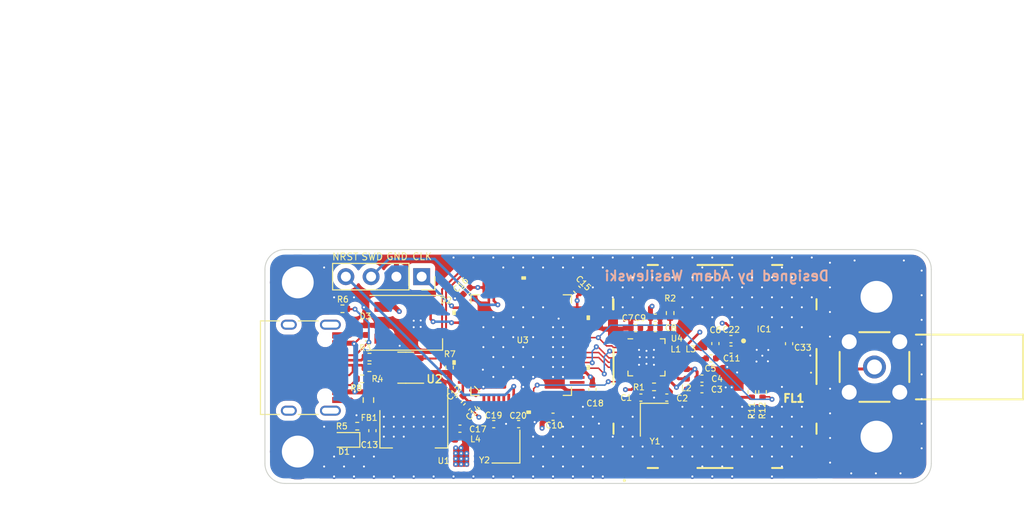
<source format=kicad_pcb>
(kicad_pcb (version 20211014) (generator pcbnew)
  (layers (0 "F.Cu" signal) (1 "In1.Cu" signal) (2 "In2.Cu" signal) (31 "B.Cu" signal) (34 "B.Paste" user) (35 "F.Paste" user) (36 "B.SilkS" user "B.Silkscreen") (37 "F.SilkS" user "F.Silkscreen") (38 "B.Mask" user) (39 "F.Mask" user) (44 "Edge.Cuts" user))
  (net 0 "")
  (net 1 "GND")
  (net 2 "+3.3V")
  (net 3 "+3V3")
  (net 4 "/NRST")
  (net 5 "VBUS")
  (net 6 "VDD_PA")
  (net 7 "Net-(C5-Pad2)")
  (net 8 "Net-(C7-Pad1)")
  (net 9 "Net-(C19-Pad1)")
  (net 10 "Net-(C20-Pad1)")
  (net 11 "Net-(C33-Pad1)")
  (net 12 "Net-(D3-Pad1)")
  (net 13 "Net-(D1-Pad2)")
  (net 15 "/LED")
  (net 18 "/SW_CLK")
  (net 19 "/SW_DIO")
  (net 20 "Net-(L1-Pad1)")
  (net 21 "Net-(L1-Pad2)")
  (net 22 "Net-(R2-Pad1)")
  (net 23 "Net-(R3-Pad2)")
  (net 24 "Net-(R4-Pad2)")
  (net 25 "Net-(R7-Pad1)")
  (net 26 "NRF24_CE")
  (net 32 "/NRF24_IRQ")
  (net 37 "/NRF24_CSN")
  (net 38 "/NRF24_SCK")
  (net 39 "/NRF24_MISO")
  (net 40 "/NRF24_MOSI")
  (net 41 "/LED_1")
  (net 42 "/LED_2")
  (net 43 "/LED_3")
  (net 44 "/LED_4")
  (net 66 "/I2C1_SCL")
  (net 67 "/I2C1_SDA")
  (net 70 "Net-(C1-Pad1)")
  (net 71 "Net-(C2-Pad1)")
  (net 72 "Net-(C5-Pad1)")
  (net 73 "Net-(IC1-Pad5)")
  (net 74 "Net-(IC1-Pad6)")
  (net 75 "/USB_D-")
  (net 76 "/USB_D+")
  (net 77 "Net-(FL1-Pad2)")
  (net 78 "Net-(J2-PadA5)")
  (net 79 "Net-(J2-PadB5)")
  (net 82 "/USB_C+")
  (net 83 "/USB_C-")
  (footprint "Telemetry:36103205S" (layer "F.Cu") (at 126.275 -87.05)
    (fp_text reference "U5" hide)
    (fp_text value "36103205S" hide)
  )
  (footprint "Capacitor_SMD:C_0402_1005Metric" (layer "F.Cu") (at 121.43 -83.925 180)
    (fp_text reference "C2")
    (fp_text value "22pF")
  )
  (footprint "Capacitor_SMD:C_0402_1005Metric" (layer "F.Cu") (at 112.4 -94.8 135)
    (fp_text reference "C15")
    (fp_text value "100nF")
  )
  (footprint "Crystal:Crystal_SMD_2520-4Pin_2.5x2.0mm" (layer "F.Cu") (at 120.175 -81.7 -90)
    (fp_text reference "Y1")
    (fp_text value "Crystal(16MHZ)")
  )
  (footprint "Inductor_SMD:L_0402_1005Metric" (layer "F.Cu") (at 123.8843 -87.8559)
    (fp_text reference "L3")
    (fp_text value "3.9nH")
  )
  (footprint "LED_SMD:LED_WS2812B_PLCC4_5.0x5.0mm_P3.2mm" (layer "F.Cu") (at 95.25 -91.44)
    (fp_text reference "D2")
    (fp_text value "WS2812B")
  )
  (footprint "Resistor_SMD:R_0402_1005Metric" (layer "F.Cu") (at 91.55 -86.925)
    (fp_text reference "R4")
    (fp_text value "30R")
  )
  (footprint "Capacitor_SMD:C_0402_1005Metric" (layer "F.Cu") (at 110 -82)
    (fp_text reference "C10")
    (fp_text value "100nF")
  )
  (footprint "Capacitor_SMD:C_0402_1005Metric" (layer "F.Cu") (at 106.54 -81.26 180)
    (fp_text reference "C20")
    (fp_text value "22pF")
  )
  (footprint "Capacitor_SMD:C_0402_1005Metric" (layer "F.Cu") (at 101.35 -83 -135)
    (fp_text reference "C14")
    (fp_text value "100nF")
  )
  (footprint "Resistor_SMD:R_0402_1005Metric" (layer "F.Cu") (at 90.82 -85.81)
    (fp_text reference "R8")
    (fp_text value "5.1k")
  )
  (footprint "Resistor_SMD:R_0402_1005Metric" (layer "F.Cu") (at 120.15 -85 180)
    (fp_text reference "R1")
    (fp_text value "1M")
  )
  (footprint "Capacitor_SMD:C_0402_1005Metric" (layer "F.Cu") (at 120.2694 -91.9468)
    (fp_text reference "C9")
    (fp_text value "1nF")
  )
  (footprint "Resistor_SMD:R_0402_1005Metric" (layer "F.Cu") (at 131.0525 -84.4725 -90)
    (fp_text reference "R12")
    (fp_text value "10k")
  )
  (footprint "Capacitor_SMD:C_0402_1005Metric" (layer "F.Cu") (at 127.8771 -89.7989 180)
    (fp_text reference "C22")
    (fp_text value "220pF")
  )
  (footprint "Package_DFN_QFN:QFN-20-1EP_3.5x3.5mm_P0.5mm_EP2x2mm_ThermalVias" (layer "F.Cu") (at 119.39 -87.97)
    (fp_text reference "U4")
    (fp_text value "NRF24L01")
  )
  (footprint "Crystal:Crystal_SMD_2520-4Pin_2.5x2.0mm" (layer "F.Cu") (at 105.27 -79 90)
    (fp_text reference "Y2")
    (fp_text value "Crystal(32.756MHz)")
  )
  (footprint "Resistor_SMD:R_0603_1608Metric" (layer "F.Cu") (at 91.45 -83.675 90)
    (fp_text reference "FB1")
    (fp_text value "FerriteBead")
  )
  (footprint "MountingHole:MountingHole_3.2mm_M3_DIN965_Pad" (layer "F.Cu") (at 84.35 -78.5)
    (fp_text reference "H3" hide)
    (fp_text value "MountingHole_Pad")
  )
  (footprint "Capacitor_SMD:C_0402_1005Metric" (layer "F.Cu") (at 118.83 -83.925)
    (fp_text reference "C1")
    (fp_text value "22pF")
  )
  (footprint "Capacitor_SMD:C_0402_1005Metric" (layer "F.Cu") (at 124.9615 -84.7657 180)
    (fp_text reference "C3")
    (fp_text value "2.2nF")
  )
  (footprint "Capacitor_SMD:C_0402_1005Metric" (layer "F.Cu") (at 120.2694 -90.9068)
    (fp_text reference "C8")
    (fp_text value "10nF")
  )
  (footprint "Resistor_SMD:R_0402_1005Metric" (layer "F.Cu") (at 91.555 -87.993)
    (fp_text reference "R3")
    (fp_text value "30R")
  )
  (footprint "Package_TO_SOT_SMD:SOT-23-6" (layer "F.Cu") (at 95.2 -86.93 180)
    (fp_text reference "U2")
    (fp_text value "USBLC6-2SC6")
  )
  (footprint "LED_SMD:LED_0603_1608Metric" (layer "F.Cu") (at 89.1 -79.675 180)
    (fp_text reference "D1")
    (fp_text value "LED")
  )
  (footprint "Inductor_SMD:L_0402_1005Metric" (layer "F.Cu") (at 100.635 -79.715)
    (fp_text reference "L4")
    (fp_text value "10uH")
  )
  (footprint "Resistor_SMD:R_0402_1005Metric" (layer "F.Cu") (at 88.84 -92.85 180)
    (fp_text reference "R6")
    (fp_text value "5.1k")
  )
  (footprint "Package_TO_SOT_SMD:SOT-223-3_TabPin2" (layer "F.Cu") (at 96.012 -80.772 -90)
    (fp_text reference "U1")
    (fp_text value "LM1117-3.3")
  )
  (footprint "Telemetry:QFN50P300X300X60-17N-D" (layer "F.Cu") (at 131.0425 -88.1225)
    (fp_text reference "IC1")
    (fp_text value "RFX2401C" hide)
  )
  (footprint "Capacitor_SMD:C_0402_1005Metric" (layer "F.Cu") (at 101.325 -94.65 -135)
    (fp_text reference "C16")
    (fp_text value "100nF")
  )
  (footprint "Capacitor_SMD:C_0402_1005Metric" (layer "F.Cu") (at 126.3125 -89.3525 -90)
    (fp_text reference "C6")
    (fp_text value "1.0pF")
  )
  (footprint "Resistor_SMD:R_0402_1005Metric" (layer "F.Cu") (at 129.9725 -84.4725 90)
    (fp_text reference "R11")
    (fp_text value "10k")
  )
  (footprint "Capacitor_SMD:C_0402_1005Metric" (layer "F.Cu") (at 133.72 -89.34 90)
    (fp_text reference "C33")
    (fp_text value "0.3pF")
  )
  (footprint "Inductor_SMD:L_0402_1005Metric" (layer "F.Cu") (at 123.4295 -86.3041 90)
    (fp_text reference "L2")
    (fp_text value "2.7nH")
  )
  (footprint "Connector_USB:USB_C_Receptacle_HRO_TYPE-C-31-M-12" (layer "F.Cu") (at 84.5 -86.93 -90)
    (fp_text reference "J2" hide)
    (fp_text value "USB_C_Receptacle_USB2.0")
  )
  (footprint "Capacitor_SMD:C_0402_1005Metric" (layer "F.Cu") (at 124.9615 -85.8325 180)
    (fp_text reference "C4")
    (fp_text value "4.7pF")
  )
  (footprint "Diode_SMD:D_0402_1005Metric" (layer "F.Cu") (at 91.186 -90.701 90)
    (fp_text reference "D3")
    (fp_text value "D_TVS")
  )
  (footprint "Capacitor_SMD:C_0402_1005Metric" (layer "F.Cu") (at 91.85 -80.6 -90)
    (fp_text reference "C13")
    (fp_text value "100nF")
  )
  (footprint "Capacitor_SMD:C_0402_1005Metric" (layer "F.Cu") (at 127.8871 -88.7489 180)
    (fp_text reference "C11")
    (fp_text value "1uF")
  )
  (footprint "Capacitor_SMD:C_0402_1005Metric" (layer "F.Cu") (at 125.8727 -87.8645)
    (fp_text reference "C5")
    (fp_text value "1.5pF")
  )
  (footprint "Capacitor_SMD:C_0402_1005Metric" (layer "F.Cu") (at 118.2994 -90.9068 180)
    (fp_text reference "C7")
    (fp_text value "33nF")
  )
  (footprint "Capacitor_SMD:C_0402_1005Metric" (layer "F.Cu") (at 100.645 -80.8)
    (fp_text reference "C17")
    (fp_text value "100nF")
  )
  (footprint "Connector_PinSocket_2.54mm:PinSocket_1x04_P2.54mm_Vertical" (layer "F.Cu") (at 96.8 -96.075 -90)
    (fp_text reference "J3" hide)
    (fp_text value "S4B-XH-A-1")
  )
  (footprint "Resistor_SMD:R_0402_1005Metric" (layer "F.Cu") (at 121.7694 -92.4168 90)
    (fp_text reference "R2")
    (fp_text value "22k")
  )
  (footprint "Telemetry:STM32L4P5RET6" (layer "F.Cu") (at 106.8 -89.2 90)
    (fp_text reference "U3")
    (fp_text value "STM32L4P5RET6" hide)
  )
  (footprint "Resistor_SMD:R_0402_1005Metric" (layer "F.Cu") (at 99.6 -86.95 -90)
    (fp_text reference "R7")
    (fp_text value "100kR")
  )
  (footprint "MountingHole:MountingHole_3.2mm_M3_DIN965_Pad" (layer "F.Cu") (at 84.35 -95.5)
    (fp_text reference "H1" hide)
    (fp_text value "MountingHole_Pad")
  )
  (footprint "MountingHole:MountingHole_3.2mm_M3_DIN965_Pad" (layer "F.Cu") (at 142.5 -94.05)
    (fp_text reference "H2" hide)
    (fp_text value "MountingHole_Pad")
  )
  (footprint "MountingHole:MountingHole_3.2mm_M3_DIN965_Pad" (layer "F.Cu") (at 142.5 -80)
    (fp_text reference "H4" hide)
    (fp_text value "MountingHole_Pad")
  )
  (footprint "Capacitor_SMD:C_0402_1005Metric" (layer "F.Cu") (at 100.6 -83.75 -135)
    (fp_text reference "C12")
    (fp_text value "100nF")
  )
  (footprint "Inductor_SMD:L_0402_1005Metric" (layer "F.Cu") (at 122.3373 -87.3987 -90)
    (fp_text reference "L1")
    (fp_text value "8.2nH")
  )
  (footprint "Capacitor_SMD:C_0402_1005Metric" (layer "F.Cu") (at 113.96 -84.73 -90)
    (fp_text reference "C18")
    (fp_text value "100nF")
  )
  (footprint "Resistor_SMD:R_0402_1005Metric" (layer "F.Cu") (at 90.325 -81.05)
    (fp_text reference "R5")
    (fp_text value "470")
  )
  (footprint "Telemetry:73251-2200" (layer "F.Cu") (at 142.3 -87 180)
    (fp_text reference "J1" hide)
    (fp_text value "SMA Connector" hide)
  )
  (footprint "Capacitor_SMD:C_0402_1005Metric" (layer "F.Cu") (at 104.04 -81.2566)
    (fp_text reference "C19")
    (fp_text value "22pF")
  )
  (footprint "Telemetry:2450BP14D0100T" (layer "F.Cu") (at 134.77 -86.43 -90)
    (fp_text reference "FL1")
    (fp_text value "2450BP14D0100T" hide)
  )
  (gr_arc (start 148.01 -77.3) (mid 147.417757 -75.885179) (end 146 -75.3) (layer "Edge.Cuts") (width 0.1))
  (gr_arc (start 146 -98.8) (mid 147.420675 -98.217753) (end 148.01 -96.8) (layer "Edge.Cuts") (width 0.1))
  (gr_arc (start 83.05 -75.3) (mid 81.635786 -75.885786) (end 81.05 -77.3) (layer "Edge.Cuts") (width 0.1))
  (gr_line (start 83.05 -75.3) (end 146 -75.3) (layer "Edge.Cuts") (width 0.1))
  (gr_arc (start 81.05 -96.8) (mid 81.635786 -98.214214) (end 83.05 -98.8) (layer "Edge.Cuts") (width 0.1))
  (gr_line (start 148.01 -77.3) (end 148.01 -96.8) (layer "Edge.Cuts") (width 0.1))
  (gr_line (start 81.05 -96.8) (end 81.05 -77.3) (layer "Edge.Cuts") (width 0.1))
  (gr_line (start 146 -98.8) (end 83.05 -98.8) (layer "Edge.Cuts") (width 0.1))
  (gr_text "Designed by Adam Wasilewski" (at 126.45 -96.15) (layer "B.SilkS") (effects (font (size 1 1) (thickness 0.2)) (justify mirror)))
  (gr_text "NRST\n" (at 89.125 -98.075) (layer "F.SilkS") (effects (font (size 0.7 0.7) (thickness 0.1))))
  (gr_text "GND" (at 94.325 -98.1) (layer "F.SilkS") (effects (font (size 0.7 0.7) (thickness 0.1))))
  (gr_text "SWD" (at 91.825 -98.075) (layer "F.SilkS") (effects (font (size 0.7 0.7) (thickness 0.1))))
  (gr_text "CLK" (at 96.85 -98.1) (layer "F.SilkS") (effects (font (size 0.7 0.7) (thickness 0.1))))
  (segment (start 132.5425 -88.8725) (end 131.7925 -88.8725) (width 0.15) (layer "F.Cu") (net 1))
  (segment (start 100.985589 -94.310589) (end 100.560589 -94.310589) (width 0.25) (layer "F.Cu") (net 1))
  (segment (start 88.545 -90.18) (end 89.55 -90.18) (width 0.5) (layer "F.Cu") (net 1))
  (segment (start 132.5425 -87.3725) (end 131.7925 -87.3725) (width 0.15) (layer "F.Cu") (net 1))
  (segment (start 119.39 -87.32) (end 119.39 -87.97) (width 0.2) (layer "F.Cu") (net 1))
  (segment (start 105.2516 -81.2566) (end 105.28 -81.285) (width 0.25) (layer "F.Cu") (net 1))
  (segment (start 129.5425 -88.3725) (end 130.7925 -88.3725) (width 0.15) (layer "F.Cu") (net 1))
  (segment (start 130.7925 -88.3725) (end 131.03 -88.135) (width 0.15) (layer "F.Cu") (net 1))
  (segment (start 94.68 -89.13) (end 94.59 -89.13) (width 0.25) (layer "F.Cu") (net 1))
  (segment (start 96.3375 -86.93) (end 95.82 -86.93) (width 0.25) (layer "F.Cu") (net 1))
  (segment (start 106.035 -81.285) (end 106.06 -81.26) (width 0.25) (layer "F.Cu") (net 1))
  (segment (start 129.5425 -88.3725) (end 129.5425 -87.8725) (width 0.15) (layer "F.Cu") (net 1))
  (segment (start 111.150001 -92.450001) (end 110.56 -91.86) (width 0.28) (layer "F.Cu") (net 1))
  (segment (start 135.9 -88.1) (end 135.85 -88.15) (width 0.25) (layer "F.Cu") (net 1))
  (segment (start 88.545 -83.68) (end 89.67 -83.68) (width 0.5) (layer "F.Cu") (net 1))
  (segment (start 117.8194 -90.0206) (end 117.8194 -90.9068) (width 0.2) (layer "F.Cu") (net 1))
  (segment (start 104.52 -81.2566) (end 105.2516 -81.2566) (width 0.25) (layer "F.Cu") (net 1))
  (segment (start 131.5925 -87.5725) (end 131.0425 -88.1225) (width 0.15) (layer "F.Cu") (net 1))
  (segment (start 119.89 -89.6575) (end 119.89 -88.97) (width 0.2) (layer "F.Cu") (net 1))
  (segment (start 95.82 -86.93) (end 95.16 -87.59) (width 0.25) (layer "F.Cu") (net 1))
  (segment (start 118.1825 -89.6575) (end 117.8194 -90.0206) (width 0.2) (layer "F.Cu") (net 1))
  (segment (start 90.25 -83.1) (end 90.25 -82.15) (width 0.5) (layer "F.Cu") (net 1))
  (segment (start 120.39 -88.47) (end 120.14 -88.72) (width 0.2) (layer "F.Cu") (net 1))
  (segment (start 131.7925 -87.3725) (end 131.5925 -87.5725) (width 0.15) (layer "F.Cu") (net 1))
  (segment (start 103.549999 -92.450001) (end 104 -92) (width 0.261112) (layer "F.Cu") (net 1))
  (segment (start 132.5425 -88.3725) (end 131.2925 -88.3725) (width 0.15) (layer "F.Cu") (net 1))
  (segment (start 131.2925 -87.8725) (end 131.0425 -88.1225) (width 0.15) (layer "F.Cu") (net 1))
  (segment (start 95.16 -87.59) (end 95.16 -88.65) (width 0.25) (layer "F.Cu") (net 1))
  (segment (start 103.549999 -94.8261) (end 103.549999 -92.450001) (width 0.261112) (layer "F.Cu") (net 1))
  (segment (start 119.39 -86.2825) (end 119.39 -87.32) (width 0.2) (layer "F.Cu") (net 1))
  (segment (start 102.169999 -85.949999) (end 102.95 -86.73) (width 0.28) (layer "F.Cu") (net 1))
  (segment (start 120.155 -83.925) (end 119.31 -83.925) (width 0.25) (layer "F.Cu") (net 1))
  (segment (start 131.2925 -86.6225) (end 131.7925 -86.6225) (width 0.15) (layer "F.Cu") (net 1))
  (segment (start 135.32 -86.43) (end 135.48 -86.43) (width 0.25) (layer "F.Cu") (net 1))
  (segment (start 90.556 -91.186) (end 91.186 -91.186) (width 0.5) (layer "F.Cu") (net 1))
  (segment (start 120.155 -83.925) (end 120.95 -83.925) (width 0.25) (layer "F.Cu") (net 1))
  (segment (start 130.7925 -89.6225) (end 130.7925 -89.0475) (width 0.15) (layer "F.Cu") (net 1))
  (segment (start 130.7925 -89.0475) (end 130.4675 -88.7225) (width 0.15) (layer "F.Cu") (net 1))
  (segment (start 119.89 -88.97) (end 120.14 -88.72) (width 0.2) (layer "F.Cu") (net 1))
  (segment (start 135.48 -86.43) (end 135.9 -86.85) (width 0.25) (layer "F.Cu") (net 1))
  (segment (start 118.39 -89.6575) (end 118.1825 -89.6575) (width 0.2) (layer "F.Cu") (net 1))
  (segment (start 108.549999 -81.869999) (end 108.15 -81.47) (width 0.25) (layer "F.Cu") (net 1))
  (segment (start 135.32 -86.43) (end 134.22 -86.43) (width 0.25) (layer "F.Cu") (net 1))
  (segment (start 131.03 -88.135) (end 131.0425 -88.1225) (width 0.15) (layer "F.Cu") (net 1))
  (segment (start 112.4261 -92.450001) (end 111.150001 -92.450001) (width 0.28) (layer "F.Cu") (net 1))
  (segment (start 135.9 -86.85) (end 135.9 -88.1) (width 0.25) (layer "F.Cu") (net 1))
  (segment (start 131.2925 -88.3725) (end 131.0425 -88.1225) (width 0.15) (layer "F.Cu") (net 1))
  (segment (start 88.545 -90.18) (end 89.04 -90.18) (width 0.2) (layer "F.Cu") (net 1))
  (segment (start 132.5425 -88.3725) (end 132.5425 -88.8725) (width 0.15) (layer "F.Cu") (net 1))
  (segment (start 131.63 -88.71) (end 131.0425 -88.1225) (width 0.15) (layer "F.Cu") (net 1))
  (segment (start 131.7925 -86.6225) (end 131.7925 -87.3725) (width 0.15) (layer "F.Cu") (net 1))
  (segment (start 121.195 -82.895) (end 120.875 -82.575) (width 0.25) (layer "F.Cu") (net 1))
  (segment (start 108.549999 -83.5739) (end 108.549999 -81.869999) (width 0.25) (layer "F.Cu") (net 1))
  (segment (start 105.28 -81.285) (end 106.035 -81.285) (width 0.25) (layer "F.Cu") (net 1))
  (segment (start 131.2925 -86.6225) (end 131.2925 -87.8725) (width 0.15) (layer "F.Cu") (net 1))
  (segment (start 95.16 -88.65) (end 94.68 -89.13) (width 0.25) (layer "F.Cu") (net 1))
  (segment (start 100.560589 -94.310589) (end 100.15 -93.9) (width 0.25) (layer "F.Cu") (net 1))
  (segment (start 89.67 -83.68) (end 90.25 -83.1) (width 0.5) (layer "F.Cu") (net 1))
  (segment (start 89.55 -90.18) (end 90.556 -91.186) (width 0.5) (layer "F.Cu") (net 1))
  (segment (start 101.1739 -85.949999) (end 102.169999 -85.949999) (width 0.28) (layer "F.Cu") (net 1))
  (segment (start 111.050001 -85.949999) (end 112.4261 -85.949999) (width 0.28) (layer "F.Cu") (net 1))
  (segment (start 106.06 -79.965) (end 105.97 -79.875) (width 0.25) (layer "F.Cu") (net 1))
  (segment (start 131.7925 -88.8725) (end 131.63 -88.71) (width 0.15) (layer "F.Cu") (net 1))
  (segment (start 121.0775 -88.47) (end 120.39 -88.47) (width 0.2) (layer "F.Cu") (net 1))
  (segment (start 129.5425 -88.8725) (end 129.5425 -88.3725) (width 0.15) (layer "F.Cu") (net 1))
  (via (at 128 -94) (size 0.5) (drill 0.2) (layers "F.Cu" "B.Cu") (net 1))
  (via (at 112 -76) (size 0.5) (drill 0.2) (layers "F.Cu" "B.Cu") (net 1))
  (via (at 90.25 -82.15) (size 0.5) (drill 0.2) (layers "F.Cu" "B.Cu") (net 1))
  (via (at 134 -96) (size 0.5) (drill 0.2) (layers "F.Cu" "B.Cu") (net 1))
  (via (at 121 -97) (size 0.5) (drill 0.2) (layers "F.Cu" "B.Cu") (net 1))
  (via (at 127.5 -87) (size 0.5) (drill 0.2) (layers "F.Cu" "B.Cu") (net 1))
  (via (at 121 -95) (size 0.5) (drill 0.2) (layers "F.Cu" "B.Cu") (net 1))
  (via (at 108 -98) (size 0.5) (drill 0.2) (layers "F.Cu" "B.Cu") (net 1))
  (via (at 100 -76) (size 0.5) (drill 0.2) (layers "F.Cu" "B.Cu") (net 1))
  (via (at 126 -80) (size 0.5) (drill 0.2) (layers "F.Cu" "B.Cu") (net 1))
  (via (at 125 -83) (size 0.5) (drill 0.2) (layers "F.Cu" "B.Cu") (net 1))
  (via (at 128 -98) (size 0.5) (drill 0.2) (layers "F.Cu" "B.Cu") (net 1))
  (via (at 147.04 -91.735) (size 0.5) (drill 0.2) (layers "F.Cu" "B.Cu") (net 1))
  (via (at 123 -83) (size 0.5) (drill 0.2) (layers "F.Cu" "B.Cu") (net 1))
  (via (at 100.15 -93.9) (size 0.5) (drill 0.2) (layers "F.Cu" "B.Cu") (net 1))
  (via (at 124 -94) (size 0.5) (drill 0.2) (layers "F.Cu" "B.Cu") (net 1))
  (via (at 106 -86) (size 0.5) (drill 0.2) (layers "F.Cu" "B.Cu") (net 1))
  (via (at 91 -93) (size 0.5) (drill 0.2) (layers "F.Cu" "B.Cu") (net 1))
  (via (at 119.39 -87.97) (size 0.5) (drill 0.2) (layers "F.Cu" "B.Cu") (net 1))
  (via (at 128.5 -86.45) (size 0.5) (drill 0.2) (layers "F.Cu" "B.Cu") (net 1))
  (via (at 119 -97) (size 0.5) (drill 0.2) (layers "F.Cu" "B.Cu") (net 1))
  (via (at 135 -81) (size 0.5) (drill 0.2) (layers "F.Cu" "B.Cu") (net 1))
  (via (at 134 -98) (size 0.5) (drill 0.2) (layers "F.Cu" "B.Cu") (net 1))
  (via (at 110 -90) (size 0.5) (drill 0.2) (layers "F.Cu" "B.Cu") (net 1))
  (via (at 136 -94) (size 0.5) (drill 0.2) (layers "F.Cu" "B.Cu") (net 1))
  (via (at 117 -81) (size 0.5) (drill 0.2) (layers "F.Cu" "B.Cu") (net 1))
  (via (at 103 -91) (size 0.5) (drill 0.2) (layers "F.Cu" "B.Cu") (net 1))
  (via (at 133 -91) (size 0.5) (drill 0.2) (layers "F.Cu" "B.Cu") (net 1))
  (via (at 92 -76) (size 0.5) (drill 0.2) (layers "F.Cu" "B.Cu") (net 1))
  (via (at 93 -82) (size 0.5) (drill 0.2) (layers "F.Cu" "B.Cu") (net 1))
  (via (at 130.4425 -87.5475) (size 0.5) (drill 0.2) (layers "F.Cu" "B.Cu") (net 1))
  (via (at 96.7 -91.025) (size 0.5) (drill 0.2) (layers "F.Cu" "B.Cu") (net 1))
  (via (at 107 -91) (size 0.5) (drill 0.2) (layers "F.Cu" "B.Cu") (net 1))
  (via (at 91 -77) (size 0.5) (drill 0.2) (layers "F.Cu" "B.Cu") (net 1))
  (via (at 108 -86) (size 0.5) (drill 0.2) (layers "F.Cu" "B.Cu") (net 1))
  (via (at 108 -80) (size 0.5) (drill 0.2) (layers "F.Cu" "B.Cu") (net 1))
  (via (at 95 -82) (size 0.5) (drill 0.2) (layers "F.Cu" "B.Cu") (net 1))
  (via (at 147.04 -94.21) (size 0.5) (drill 0.2) (layers "F.Cu" "B.Cu") (net 1))
  (via (at 99 -82) (size 0.5) (drill 0.2) (layers "F.Cu" "B.Cu") (net 1))
  (via (at 131.5925 -87.5725) (size 0.5) (drill 0.2) (layers "F.Cu" "B.Cu") (net 1))
  (via (at 120 -78) (size 0.5) (drill 0.2) (layers "F.Cu" "B.Cu") (net 1))
  (via (at 113 -79) (size 0.5) (drill 0.2) (layers "F.Cu" "B.Cu") (net 1))
  (via (at 110 -91) (size 0.5) (drill 0.2) (layers "F.Cu" "B.Cu") (net 1))
  (via (at 110 -98) (size 0.5) (drill 0.2) (layers "F.Cu" "B.Cu") (net 1))
  (via (at 117 -93) (size 0.5) (drill 0.2) (layers "F.Cu" "B.Cu") (net 1))
  (via (at 147.04 -83.78) (size 0.5) (drill 0.2) (layers "F.Cu" "B.Cu") (net 1))
  (via (at 111 -79) (size 0.5) (drill 0.2) (layers "F.Cu" "B.Cu") (net 1))
  (via (at 111 -91) (size 0.5) (drill 0.2) (layers "F.Cu" "B.Cu") (net 1))
  (via (at 110 -87) (size 0.5) (drill 0.2) (layers "F.Cu" "B.Cu") (net 1))
  (via (at 137.84 -77.39) (size 0.5) (drill 0.2) (layers "F.Cu" "B.Cu") (net 1))
  (via (at 127 -79) (size 0.5) (drill 0.2) (layers "F.Cu" "B.Cu") (net 1))
  (via (at 108 -76) (size 0.5) (drill 0.2) (layers "F.Cu" "B.Cu") (net 1))
  (via (at 117 -95) (size 0.5) (drill 0.2) (layers "F.Cu" "B.Cu") (net 1))
  (via (at 110 -88) (size 0.5) (drill 0.2) (layers "F.Cu" "B.Cu") (net 1))
  (via (at 118 -94) (size 0.5) (drill 0.2) (layers "F.Cu" "B.Cu") (net 1))
  (via (at 102.95 -86.73) (size 0.5) (drill 0.2) (layers "F.Cu" "B.Cu") (net 1))
  (via (at 118.715 -87.995) (size 0.5) (drill 0.2) (layers "F.Cu" "B.Cu") (net 1))
  (via (at 106 -90) (size 0.5) (drill 0.2) (layers "F.Cu" "B.Cu") (net 1))
  (via (at 118 -80) (size 0.5) (drill 0.2) (layers "F.Cu" "B.Cu") (net 1))
  (via (at 125 -79) (size 0.5) (drill 0.2) (layers "F.Cu" "B.Cu") (net 1))
  (via (at 133 -79) (size 0.5) (drill 0.2) (layers "F.Cu" "B.Cu") (net 1))
  (via (at 113 -97) (size 0.5) (drill 0.2) (layers "F.Cu" "B.Cu") (net 1))
  (via (at 112 -78) (size 0.5) (drill 0.2) (layers "F.Cu" "B.Cu") (net 1))
  (via (at 122 -80) (size 0.5) (drill 0.2) (layers "F.Cu" "B.Cu") (net 1))
  (via (at 129 -83) (size 0.5) (drill 0.2) (layers "F.Cu" "B.Cu") (net 1))
  (via (at 134 -78) (size 0.5) (drill 0.2) (layers "F.Cu" "B.Cu") (net 1))
  (via (at 134 -82) (size 0.5) (drill 0.2) (layers "F.Cu" "B.Cu") (net 1))
  (via (at 114 -98) (size 0.5) (drill 0.2) (layers "F.Cu" "B.Cu") (net 1))
  (via (at 124 -98) (size 0.5) (drill 0.2) (layers "F.Cu" "B.Cu") (net 1))
  (via (at 120 -96) (size 0.5) (drill 0.2) (layers "F.Cu" "B.Cu") (net 1))
  (via (at 119.39 -87.32) (size 0.5) (drill 0.2) (layers "F.Cu" "B.Cu") (net 1))
  (via (at 135 -91) (size 0.5) (drill 0.2) (layers "F.Cu" "B.Cu") (net 1))
  (via (at 88 -76) (size 0.5) (drill 0.2) (layers "F.Cu" "B.Cu") (net 1))
  (via (at 98 -76) (size 0.5) (drill 0.2) (layers "F.Cu" "B.Cu") (net 1))
  (via (at 133 -85) (size 0.5) (drill 0.2) (layers "F.Cu" "B.Cu") (net 1))
  (via (at 130 -96) (size 0.5) (drill 0.2) (layers "F.Cu" "B.Cu") (net 1))
  (via (at 128 -82) (size 0.5) (drill 0.2) (layers "F.Cu" "B.Cu") (net 1))
  (via (at 94 -81) (size 0.5) (drill 0.2) (layers "F.Cu" "B.Cu") (net 1))
  (via (at 107 -85) (size 0.5) (drill 0.2) (layers "F.Cu" "B.Cu") (net 1))
  (via (at 147.04 -78.83) (size 0.5) (drill 0.2) (layers "F.Cu" "B.Cu") (net 1))
  (via (at 104 -90) (size 0.5) (drill 0.2) (layers "F.Cu" "B.Cu") (net 1))
  (via (at 128 -96) (size 0.5) (drill 0.2) (layers "F.Cu" "B.Cu") (net 1))
  (via (at 108 -90) (size 0.5) (drill 0.2) (layers "F.Cu" "B.Cu") (net 1))
  (via (at 112 -98) (size 0.5) (drill 0.2) (layers "F.Cu" "B.Cu") (net 1))
  (via (at 88 -94) (size 0.5) (drill 0.2) (layers "F.Cu" "B.Cu") (net 1))
  (via (at 118 -96) (size 0.5) (drill 0.2) (layers "F.Cu" "B.Cu") (net 1))
  (via (at 114 -76) (size 0.5) (drill 0.2) (layers "F.Cu" "B.Cu") (net 1))
  (via (at 110 -86) (size 0.5) (drill 0.2) (layers "F.Cu" "B.Cu") (net 1))
  (via (at 137.84 -82.34) (size 0.5) (drill 0.2) (layers "F.Cu" "B.Cu") (net 1))
  (via (at 131 -95) (size 0.5) (drill 0.2) (layers "F.Cu" "B.Cu") (net 1))
  (via (at 94.59 -89.13) (size 0.5) (drill 0.2) (layers "F.Cu" "B.Cu") (net 1))
  (via (at 87 -77) (size 0.5) (drill 0.2) (layers "F.Cu" "B.Cu") (net 1))
  (via (at 126 -82) (size 0.5) (drill 0.2) (layers "F.Cu" "B.Cu") (net 1))
  (via (at 87 -97) (size 0.5) (drill 0.2) (layers "F.Cu" "B.Cu") (net 1))
  (via (at 131.03 -88.135) (size 0.5) (drill 0.2) (layers "F.Cu" "B.Cu") (net 1))
  (via (at 124 -76) (size 0.5) (drill 0.2) (layers "F.Cu" "B.Cu") (net 1))
  (via (at 96.7 -91.675) (size 0.5) (drill 0.2) (layers "F.Cu" "B.Cu") (net 1))
  (via (at 121 -79) (size 0.5) (drill 0.2) (layers "F.Cu" "B.Cu") (net 1))
  (via (at 94 -80) (size 0.5) (drill 0.2) (layers "F.Cu" "B.Cu") (net 1))
  (via (at 132 -98) (size 0.5) (drill 0.2) (layers "F.Cu" "B.Cu") (net 1))
  (via (at 128 -76) (size 0.5) (drill 0.2) (layers "F.Cu" "B.Cu") (net 1))
  (via (at 105 -97) (size 0.5) (drill 0.2) (layers "F.Cu" "B.Cu") (net 1))
  (via (at 94 -76) (size 0.5) (drill 0.2) (layers "F.Cu" "B.Cu") (net 1))
  (via (at 130.4675 -88.7225) (size 0.5) (drill 0.2) (layers "F.Cu" "B.Cu") (net 1))
  (via (at 132 -78) (size 0.5) (drill 0.2) (layers "F.Cu" "B.Cu") (net 1))
  (via (at 125 -77) (size 0.5) (drill 0.2) (layers "F.Cu" "B.Cu") (net 1))
  (via (at 147.04 -86.255) (size 0.5) (drill 0.2) (layers "F.Cu" "B.Cu") (net 1))
  (via (at 147.04 -89.26) (size 0.5) (drill 0.2) (layers "F.Cu" "B.Cu") (net 1))
  (via (at 133 -93) (size 0.5) (drill 0.2) (layers "F.Cu" "B.Cu") (net 1))
  (via (at 120.09 -87.97) (size 0.5) (drill 0.2) (layers "F.Cu" "B.Cu") (net 1))
  (via (at 132 -82) (size 0.5) (drill 0.2) (layers "F.Cu" "B.Cu") (net 1))
  (via (at 140.3 -97.7) (size 0.5) (drill 0.2) (layers "F.Cu" "B.Cu") (net 1))
  (via (at 118 -98) (size 0.5) (drill 0.2) (layers "F.Cu" "B.Cu") (net 1))
  (via (at 147.04 -81.305) (size 0.5) (drill 0.2) (layers "F.Cu" "B.Cu") (net 1))
  (via (at 93 -80) (size 0.5) (drill 0.2) (layers "F.Cu" "B.Cu") (net 1))
  (via (at 122 -98) (size 0.5) (drill 0.2) (layers "F.Cu" "B.Cu") (net 1))
  (via (at 96 -91.65) (size 0.5) (drill 0.2) (layers "F.Cu" "B.Cu") (net 1))
  (via (at 111 -89) (size 0.5) (drill 0.2) (layers "F.Cu" "B.Cu") (net 1))
  (via (at 97 -82) (size 0.5) (drill 0.2) (layers "F.Cu" "B.Cu") (net 1))
  (via (at 108 -78) (size 0.5) (drill 0.2) (layers "F.Cu" "B.Cu") (net 1))
  (via (at 115 -93) (size 0.5) (drill 0.2) (layers "F.Cu" "B.Cu") (net 1))
  (via (at 115 -97) (size 0.5) (drill 0.2) (layers "F.Cu" "B.Cu") (net 1))
  (via (at 128 -78) (size 0.5) (drill 0.2) (layers "F.Cu" "B.Cu") (net 1))
  (via (at 112 -80) (size 0.5) (drill 0.2) (layers "F.Cu" "B.Cu") (net 1))
  (via (at 119 -95) (size 0.5) (drill 0.2) (layers "F.Cu" "B.Cu") (net 1))
  (via (at 126 -78) (size 0.5) (drill 0.2) (layers "F.Cu" "B.Cu") (net 1))
  (via (at 128 -80) (size 0.5) (drill 0.2) (layers "F.Cu" "B.Cu") (net 1))
  (via (at 107 -87) (size 0.5) (drill 0.2) (layers "F.Cu" "B.Cu") (net 1))
  (via (at 135.85 -88.15) (size 0.5) (drill 0.2) (layers "F.Cu" "B.Cu") (net 1))
  (via (at 127 -97) (size 0.5) (drill 0.2) (layers "F.Cu" "B.Cu") (net 1))
  (via (at 130 -80) (size 0.5) (drill 0.2) (layers "F.Cu" "B.Cu") (net 1))
  (via (at 123 -93) (size 0.5) (drill 0.2) (layers "F.Cu" "B.Cu") (net 1))
  (via (at 105 -87) (size 0.5) (drill 0.2) (layers "F.Cu" "B.Cu") (net 1))
  (via (at 127.35 -84.95) (size 0.5) (drill 0.2) (layers "F.Cu" "B.Cu") (net 1))
  (via (at 115 -76) (size 0.5) (drill 0.2) (layers "F.Cu" "B.Cu") (net 1))
  (via (at 116 -98) (size 0.5) (drill 0.2) (layers "F.Cu" "B.Cu") (net 1))
  (via (at 90 -94) (size 0.5) (drill 0.2) (layers "F.Cu" "B.Cu") (net 1))
  (via (at 119.39 -88.62) (size 0.5) (drill 0.2) (layers "F.Cu" "B.Cu") (net 1))
  (via (at 124 -78) (size 0.5) (drill 0.2) (layers "F.Cu" "B.Cu") (net 1))
  (via (at 103 -89) (size 0.5) (drill 0.2) (layers "F.Cu" "B.Cu") (net 1))
  (via (at 131 -93) (size 0.5) (drill 0.2) (layers "F.Cu" "B.Cu") (net 1))
  (via (at 126 -96) (size 0.5) (drill 0.2) (layers "F.Cu" "B.Cu") (net 1))
  (via (at 131 -79) (size 0.5) (drill 0.2) (layers "F.Cu" "B.Cu") (net 1))
  (via (at 147.04 -96.685) (size 0.5) (drill 0.2) (layers "F.Cu" "B.Cu") (net 1))
  (via (at 89 -77) (size 0.5) (drill 0.2) (layers "F.Cu" "B.Cu") (net 1))
  (via (at 131 -81) (size 0.5) (drill 0.2) (layers "F.Cu" "B.Cu") (net 1))
  (via (at 105 -89) (size 0.5) (drill 0.2) (layers "F.Cu" "B.Cu") (net 1))
  (via (at 137.84 -84.815) (size 0.5) (drill 0.2) (layers "F.Cu" "B.Cu") (net 1))
  (via (at 129 -79) (size 0.5) (drill 0.2) (layers "F.Cu" "B.Cu") (net 1))
  (via (at 111 -88) (size 0.5) (drill 0.2) (layers "F.Cu" "B.Cu") (net 1))
  (via (at 110 -80) (size 0.5) (drill 0.2) (layers "F.Cu" "B.Cu") (net 1))
  (via (at 104 -88) (size 0.5) (drill 0.2) (layers "F.Cu" "B.Cu") (net 1))
  (via (at 111 -77) (size 0.5) (drill 0.2) (layers "F.Cu" "B.Cu") (net 1))
  (via (at 133 -81) (size 0.5) (drill 0.2) (layers "F.Cu" "B.Cu") (net 1))
  (via (at 107 -97) (size 0.5) (drill 0.2) (layers "F.Cu" "B.Cu") (net 1))
  (via (at 127 -93) (size 0.5) (drill 0.2) (layers "F.Cu" "B.Cu") (net 1))
  (via (at 111 -81) (size 0.5) (drill 0.2) (layers "F.Cu" "B.Cu") (net 1))
  (via (at 118 -78) (size 0.5) (drill 0.2) (layers "F.Cu" "B.Cu") (net 1))
  (via (at 127 -95) (size 0.5) (drill 0.2) (layers "F.Cu" "B.Cu") (net 1))
  (via (at 92.45 -85.53) (size 0.5) (drill 0.2) (layers "F.Cu" "B.Cu") (net 1))
  (via (at 123 -81) (size 0.5) (drill 0.2) (layers "F.Cu" "B.Cu") (net 1))
  (via (at 120 -98) (size 0.5) (drill 0.2) (layers "F.Cu" "B.Cu") (net 1))
  (via (at 135 -79) (size 0.5) (drill 0.2) (layers "F.Cu" "B.Cu") (net 1))
  (via (at 109 -77) (size 0.5) (drill 0.2) (layers "F.Cu" "B.Cu") (net 1))
  (via (at 110.56 -91.86) (size 0.5) (drill 0.2) (layers "F.Cu" "B.Cu") (net 1))
  (via (at 122 -96) (size 0.5) (drill 0.2) (layers "F.Cu" "B.Cu") (net 1))
  (via (at 135 -93) (size 0.5) (drill 0.2) (layers "F.Cu" "B.Cu") (net 1))
  (via (at 97 -81) (size 0.5) (drill 0.2) (layers "F.Cu" "B.Cu") (net 1))
  (via (at 132 -94) (size 0.5) (drill 0.2) (layers "F.Cu" "B.Cu") (net 1))
  (via (at 124 -82) (size 0.5) (drill 0.2) (layers "F.Cu" "B.Cu") (net 1))
  (via (at 110 -89) (size 0.5) (drill 0.2) (layers "F.Cu" "B.Cu") (net 1))
  (via (at 126 -98) (size 0.5) (drill 0.2) (layers "F.Cu" "B.Cu") (net 1))
  (via (at 120.155 -83.925) (size 0.5) (drill 0.2) (layers "F.Cu" "B.Cu") (net 1))
  (via (at 133 -97) (size 0.5) (drill 0.2) (layers "F.Cu" "B.Cu") (net 1))
  (via (at 129 -95) (size 0.5) (drill 0.2) (layers "F.Cu" "B.Cu") (net 1))
  (via (at 104 -76) (size 0.5) (drill 0.2) (layers "F.Cu" "B.Cu") (net 1))
  (via (at 111 -87) (size 0.5) (drill 0.2) (layers "F.Cu" "B.Cu") (net 1))
  (via (at 103 -85) (size 0.5) (drill 0.2) (layers "F.Cu" "B.Cu") (net 1))
  (via (at 109 -79) (size 0.5) (drill 0.2) (layers "F.Cu" "B.Cu") (net 1))
  (via (at 127 -81) (size 0.5) (drill 0.2) (layers "F.Cu" "B.Cu") (net 1))
  (via (at 135 -95) (size 0.5) (drill 0.2) (layers "F.Cu" "B.Cu") (net 1))
  (via (at 112 -82) (size 0.5) (drill 0.2) (layers "F.Cu" "B.Cu") (net 1))
  (via (at 124 -96) (size 0.5) (drill 0.2) (layers "F.Cu" "B.Cu") (net 1))
  (via (at 136 -98) (size 0.5) (drill 0.2) (layers "F.Cu" "B.Cu") (net 1))
  (via (at 107 -93) (size 0.5) (drill 0.2) (layers "F.Cu" "B.Cu") (net 1))
  (via (at 114 -95) (size 0.5) (drill 0.2) (layers "F.Cu" "B.Cu") (net 1))
  (via (at 132 -80) (size 0.5) (drill 0.2) (layers "F.Cu" "B.Cu") (net 1))
  (via (at 111 -86) (size 0.5) (drill 0.2) (layers "F.Cu" "B.Cu") (net 1))
  (via (at 134 -92) (size 0.5) (drill 0.2) (layers "F.Cu" "B.Cu") (net 1))
  (via (at 123 -95) (size 0.5) (drill 0.2) (layers "F.Cu" "B.Cu") (net 1))
  (via (at 111 -97) (size 0.5) (drill 0.2) (layers "F.Cu" "B.Cu") (net 1))
  (via (at 95 -81) (size 0.5) (drill 0.2) (layers "F.Cu" "B.Cu") (net 1))
  (via (at 130 -82) (size 0.5) (drill 0.2) (layers "F.Cu" "B.Cu") (net 1))
  (via (at 107 -89) (size 0.5) (drill 0.2) (layers "F.Cu" "B.Cu") (net 1))
  (via (at 123 -79) (size 0.5) (drill 0.2) (layers "F.Cu" "B.Cu") (net 1))
  (via (at 130 -78) (size 0.5) (drill 0.2) (layers "F.Cu" "B.Cu") (net 1))
  (via (at 135 -83) (size 0.5) (drill 0.2) (layers "F.Cu" "B.Cu") (net 1))
  (via (at 96 -91) (size 0.5) (drill 0.2) (layers "F.Cu" "B.Cu") (net 1))
  (via (at 133 -95) (size 0.5) (drill 0.2) (layers "F.Cu" "B.Cu") (net 1))
  (via (at 129 -93) (size 0.5) (drill 0.2) (layers "F.Cu" "B.Cu") (net 1))
  (via (at 125 -81) (size 0.5) (drill 0.2) (layers "F.Cu" "B.Cu") (net 1))
  (via (at 133 -77) (size 0.5) (drill 0.2) (layers "F.Cu" "B.Cu") (net 1))
  (via (at 134 -80) (size 0.5) (drill 0.2) (layers "F.Cu" "B.Cu") (net 1))
  (via (at 115 -78) (size 0.5) (drill 0.2) (layers "F.Cu" "B.Cu") (net 1))
  (via (at 130 -94) (size 0.5) (drill 0.2) (layers "F.Cu" "B.Cu") (net 1))
  (via (at 96 -82) (size 0.5) (drill 0.2) (layers "F.Cu" "B.Cu") (net 1))
  (via (at 114 -78) (size 0.5) (drill 0.2) (layers "F.Cu" "B.Cu") (net 1))
  (via (at 111 -90) (size 0.5) (drill 0.2) (layers "F.Cu" "B.Cu") (net 1))
  (via (at 125 -95) (size 0.5) (drill 0.2) (layers "F.Cu" "B.Cu") (net 1))
  (via (at 127 -77) (size 0.5) (drill 0.2) (layers "F.Cu" "B.Cu") (net 1))
  (via (at 109 -93) (size 0.5) (drill 0.2) (layers "F.Cu" "B.Cu") (net 1))
  (via (at 106 -92) (size 0.5) (drill 0.2) (layers "F.Cu" "B.Cu") (net 1))
  (via (at 100 -98) (size 0.5) (drill 0.2) (layers "F.Cu" "B.Cu") (net 1))
  (via (at 90 -78) (size 0.5) (drill 0.2) (layers "F.Cu" "B.Cu") (net 1))
  (via (at 88 -78) (size 0.5) (drill 0.2) (layers "F.Cu" "B.Cu") (net 1))
  (via (at 90 -76) (size 0.5) (drill 0.2) (layers "F.Cu" "B.Cu") (net 1))
  (via (at 105.28 -81.285) (size 0.5) (drill 0.2) (layers "F.Cu" "B.Cu") (net 1))
  (via (at 137.825 -95) (size 0.5) (drill 0.2) (layers "F.Cu" "B.Cu") (net 1))
  (via (at 98 -81) (size 0.5) (drill 0.2) (layers "F.Cu" "B.Cu") (net 1))
  (via (at 145.25 -97.7) (size 0.5) (drill 0.2) (layers "F.Cu" "B.Cu") (net 1))
  (via (at 114 -82) (size 0.5) (drill 0.2) (layers "F.Cu" "B.Cu") (net 1))
  (via (at 95 -80) (size 0.5) (drill 0.2) (layers "F.Cu" "B.Cu") (net 1))
  (via (at 106 -98) (size 0.5) (drill 0.2) (layers "F.Cu" "B.Cu") (net 1))
  (via (at 98 -82) (size 0.5) (drill 0.2) (layers "F.Cu" "B.Cu") (net 1))
  (via (at 108 -88) (size 0.5) (drill 0.2) (layers "F.Cu" "B.Cu") (net 1))
  (via (at 108 -92) (size 0.5) (drill 0.2) (layers "F.Cu" "B.Cu") (net 1))
  (via (at 102 -98) (size 0.5) (drill 0.2) (layers "F.Cu" "B.Cu") (net 1))
  (via (at 133 -83) (size 0.5) (drill 0.2) (layers "F.Cu" "B.Cu") (net 1))
  (via (at 118 -82) (size 0.5) (drill 0.2) (layers "F.Cu" "B.Cu") (net 1))
  (via (at 144.915 -76.31) (size 0.5) (drill 0.2) (layers "F.Cu" "B.Cu") (net 1))
  (via (at 132 -96) (size 0.5) (drill 0.2) (layers "F.Cu" "B.Cu") (net 1))
  (via (at 113 -83) (size 0.5) (drill 0.2) (layers "F.Cu" "B.Cu") (net 1))
  (via (at 93 -81) (size 0.5) (drill 0.2) (layers "F.Cu" "B.Cu") (net 1))
  (via (at 114.61 -81.31) (size 0.5) (drill 0.2) (layers "F.Cu" "B.Cu") (net 1))
  (via (at 127.95 -84.95) (size 0.5) (drill 0.2) (layers "F.Cu" "B.Cu") (net 1))
  (via (at 106 -88) (size 0.5) (drill 0.2) (layers "F.Cu" "B.Cu") (net 1))
  (via (at 114 -80) (size 0.5) (drill 0.2) (layers "F.Cu" "B.Cu") (net 1))
  (via (at 109 -97) (size 0.5) (drill 0.2) (layers "F.Cu" "B.Cu") (net 1))
  (via (at 128 -92) (size 0.5) (drill 0.2) (layers "F.Cu" "B.Cu") (net 1))
  (via (at 104 -98) (size 0.5) (drill 0.2) (layers "F.Cu" "B.Cu") (net 1))
  (via (at 113 -77) (size 0.5) (drill 0.2) (layers "F.Cu" "B.Cu") (net 1))
  (via (at 132 -76) (size 0.5) (drill 0.2) (layers "F.Cu" "B.Cu") (net 1))
  (via (at 106 -76) (size 0.5) (drill 0.2) (layers "F.Cu" "B.Cu") (net 1))
  (via (at 124 -80) (size 0.5) (drill 0.2) (layers "F.Cu" "B.Cu") (net 1))
  (via (at 94 -82) (size 0.5) (drill 0.2) (layers "F.Cu" "B.Cu") (net 1))
  (via (at 96 -76) (size 0.5) (drill 0.2) (layers "F.Cu" "B.Cu") (net 1))
  (via (at 126 -92) (size 0.5) (drill 0.2) (layers "F.Cu" "B.Cu") (net 1))
  (via (at 132 -92) (size 0.5) (drill 0.2) (layers "F.Cu" "B.Cu") (net 1))
  (via (at 96 -81) (size 0.5) (drill 0.2) (layers "F.Cu" "B.Cu") (net 1))
  (via (at 105 -91) (size 0.5) (drill 0.2) (layers "F.Cu" "B.Cu") (net 1))
  (via (at 127 -83) (size 0.5) (drill 0.2) (layers "F.Cu" "B.Cu") (net 1))
  (via (at 117 -79) (size 0.5) (drill 0.2) (layers "F.Cu" "B.Cu") (net 1))
  (via (at 137.84 -79.865) (size 0.5) (drill 0.2) (layers "F.Cu" "B.Cu") (net 1))
  (via (at 137.825 -92.525) (size 0.5) (drill 0.2) (layers "F.Cu" "B.Cu") (net 1))
  (via (at 125 -97) (size 0.5) (drill 0.2) (layers "F.Cu" "B.Cu") (net 1))
  (via (at 108.15 -81.47) (size 0.5) (drill 0.2) (layers "F.Cu" "B.Cu") (net 1))
  (via (at 139.965 -76.31) (size 0.5) (drill 0.2) (layers "F.Cu" "B.Cu") (net 1))
  (via (at 129 -81) (size 0.5) (drill 0.2) (layers "F.Cu" "B.Cu") (net 1))
  (via (at 116 -94) (size 0.5) (drill 0.2) (layers "F.Cu" "B.Cu") (net 1))
  (via (at 126 -94) (size 0.5) (drill 0.2) (layers "F.Cu" "B.Cu") (net 1))
  (via (at 137.825 -90.05) (size 0.5) (drill 0.2) (layers "F.Cu" "B.Cu") (net 1))
  (via (at 87 -81) (size 0.5) (drill 0.2) (layers "F.Cu" "B.Cu") (net 1))
  (via (at 104 -92) (size 0.5) (drill 0.2) (layers "F.Cu" "B.Cu") (net 1))
  (via (at 119 -79) (size 0.5) (drill 0.2) (layers "F.Cu" "B.Cu") (net 1))
  (via (at 92 -78) (size 0.5) (drill 0.2) (layers "F.Cu" "B.Cu") (net 1))
  (via (at 113 -81) (size 0.5) (drill 0.2) (layers "F.Cu" "B.Cu") (net 1))
  (via (at 126 -76) (size 0.5) (drill 0.2) (layers "F.Cu" "B.Cu") (net 1))
  (via (at 99 -81) (size 0.5) (drill 0.2) (layers "F.Cu" "B.Cu") (net 1))
  (via (at 110 -78) (size 0.5) (drill 0.2) (layers "F.Cu" "B.Cu") (net 1))
  (via (at 137.825 -97.475) (size 0.5) (drill 0.2) (layers "F.Cu" "B.Cu") (net 1))
  (via (at 104 -86) (size 0.5) (drill 0.2) (layers "F.Cu" "B.Cu") (net 1))
  (via (at 110 -76) (size 0.5) (drill 0.2) (layers "F.Cu" "B.Cu") (net 1))
  (via (at 142.44 -76.31) (size 0.5) (drill 0.2) (layers "F.Cu" "B.Cu") (net 1))
  (via (at 102 -76) (size 0.5) (drill 0.2) (layers "F.Cu" "B.Cu") (net 1))
  (via (at 134 -94) (size 0.5) (drill 0.2) (layers "F.Cu" "B.Cu") (net 1))
  (via (at 116 -80) (size 0.5) (drill 0.2) (layers "F.Cu" "B.Cu") (net 1))
  (via (at 131.63 -88.71) (size 0.5) (drill 0.2) (layers "F.Cu" "B.Cu") (net 1))
  (via (at 122 -78) (size 0.5) (drill 0.2) (layers "F.Cu" "B.Cu") (net 1))
  (via (at 125 -93) (size 0.5) (drill 0.2) (layers "F.Cu" "B.Cu") (net 1))
  (segment (start 100.175 -80.225) (end 100.175 -79.74) (width 0.5) (layer "F.Cu") (net 2))
  (segment (start 96.965 -79.715) (end 96.012 -78.762) (width 0.5) (layer "F.Cu") (net 2))
  (segment (start 100.175 -80.8) (end 100.175 -80.225) (width 0.5) (layer "F.Cu") (net 2))
  (segment (start 100.175 -79.74) (end 100.15 -79.715) (width 0.5) (layer "F.Cu") (net 2))
  (segment (start 100.15 -79.715) (end 96.965 -79.715) (width 0.5) (layer "F.Cu") (net 2))
  (segment (start 96.012 -78.762) (end 96.012 -77.622) (width 0.5) (layer "F.Cu") (net 2))
  (segment (start 113.3 -86.45) (end 113.75 -86) (width 0.3) (layer "F.Cu") (net 3))
  (segment (start 119.7894 -92.9394) (end 119.95 -93.1) (width 0.5) (layer "F.Cu") (net 3))
  (segment (start 101.689411 -83.339411) (end 102.815511 -83.339411) (width 0.25) (layer "F.Cu") (net 3))
  (segment (start 100.939411 -84.089411) (end 101.689411 -83.339411) (width 0.25) (layer "F.Cu") (net 3))
  (segment (start 109.52 -82) (end 108.9 -81.38) (width 0.5) (layer "F.Cu") (net 3))
  (segment (start 109.050001 -82.469999) (end 109.52 -82) (width 0.25) (layer "F.Cu") (net 3))
  (segment (start 101.12 -79.715) (end 101.12 -79.236) (width 0.5) (layer "F.Cu") (net 3))
  (segment (start 119.7894 -91.9468) (end 119.7894 -92.9394) (width 0.5) (layer "F.Cu") (net 3))
  (segment (start 112.4261 -92.95) (end 112.4261 -93.6761) (width 0.261112) (layer "F.Cu") (net 3))
  (segment (start 127 -91.4) (end 127.3642 -91.4) (width 0.25) (layer "F.Cu") (net 3))
  (segment (start 112.4261 -86.45) (end 113.3 -86.45) (width 0.3) (layer "F.Cu") (net 3))
  (segment (start 102.815511 -83.339411) (end 103.05 -83.5739) (width 0.25) (layer "F.Cu") (net 3))
  (segment (start 92.8 -93.04) (end 94.085 -93.04) (width 0.5) (layer "F.Cu") (net 3))
  (segment (start 128.3571 -90.4071) (end 128.3571 -89.7989) (width 0.25) (layer "F.Cu") (net 3))
  (segment (start 128.3571 -89.7989) (end 128.5335 -89.6225) (width 0.25) (layer "F.Cu") (net 3))
  (segment (start 128.3671 -88.7489) (end 128.3671 -89.7889) (width 0.25) (layer "F.Cu") (net 3))
  (segment (start 100.939411 -84.089411) (end 100.939411 -85.215511) (width 0.25) (layer "F.Cu") (net 3))
  (segment (start 102.439411 -94.989411) (end 102.886689 -94.989411) (width 0.261112) (layer "F.Cu") (net 3))
  (segment (start 128.5335 -89.6225) (end 130.2925 -89.6225) (width 0.25) (layer "F.Cu") (net 3))
  (segment (start 123.22 -88.97) (end 121.0775 -88.97) (width 0.25) (layer "F.Cu") (net 3))
  (segment (start 113.96 -85.79) (end 113.75 -86) (width 0.5) (layer "F.Cu") (net 3))
  (segment (start 100.939411 -85.215511) (end 101.1739 -85.45) (width 0.25) (layer "F.Cu") (net 3))
  (segment (start 108.9 -81.38) (end 108.9 -80.85) (width 0.5) (layer "F.Cu") (net 3))
  (segment (start 119.7894 -90.9068) (end 119.7894 -91.9468) (width 0.25) (layer "F.Cu") (net 3))
  (segment (start 118.89 -85.74) (end 118.89 -86.2825) (width 0.25) (layer "F.Cu") (net 3))
  (segment (start 119.39 -90.5074) (end 119.7894 -90.9068) (width 0.25) (layer "F.Cu") (net 3))
  (segment (start 102.886689 -94.989411) (end 103.05 -94.8261) (width 0.261112) (layer "F.Cu") (net 3))
  (segment (start 101.689411 -83.339411) (end 101.689411 -82.810589) (width 0.25) (layer "F.Cu") (net 3))
  (segment (start 112.4261 -93.6761) (end 112.4261 -94.147278) (width 0.261112) (layer "F.Cu") (net 3))
  (segment (start 109.050001 -83.5739) (end 109.050001 -82.469999) (width 0.25) (layer "F.Cu") (net 3))
  (segment (start 117.275 -84.725) (end 117.875 -84.725) (width 0.25) (layer "F.Cu") (net 3))
  (segment (start 101.664411 -94.989411) (end 102.439411 -94.989411) (width 0.261112) (layer "F.Cu") (net 3))
  (segment (start 101.12 -79.236) (end 100.751 -78.867) (width 0.5) (layer "F.Cu") (net 3))
  (segment (start 119.39 -89.6575) (end 119.39 -90.5074) (width 0.25) (layer "F.Cu") (net 3))
  (segment (start 117.875 -84.725) (end 118.89 -85.74) (width 0.25) (layer "F.Cu") (net 3))
  (segment (start 113.96 -85.21) (end 113.96 -85.79) (width 0.5) (layer "F.Cu") (net 3))
  (segment (start 112.4261 -94.147278) (end 112.739411 -94.460589) (width 0.261112) (layer "F.Cu") (net 3))
  (segment (start 101.689411 -82.810589) (end 102.55 -81.95) (width 0.25) (layer "F.Cu") (net 3))
  (segment (start 127.3642 -91.4) (end 128.3571 -90.4071) (width 0.25) (layer "F.Cu") (net 3))
  (segment (start 94.085 -93.04) (end 94.55 -92.575) (width 0.5) (layer "F.Cu") (net 3))
  (segment (start 124.75 -90.5) (end 123.22 -88.97) (width 0.25) (layer "F.Cu") (net 3))
  (via (at 127 -91.4) (size 0.5) (drill 0.2) (layers "F.Cu" "B.Cu") (net 3))
  (via (at 100.751 -78.867) (size 0.5) (drill 0.2) (layers "F.Cu" "B.Cu") (net 3))
  (via (at 100.22 -77.775) (size 0.5) (drill 0.2) (layers "F.Cu" "B.Cu") (net 3))
  (via (at 100.22 -77.225) (size 0.5) (drill 0.2) (layers "F.Cu" "B.Cu") (net 3))
  (via (at 100.22 -78.325) (size 0.5) (drill 0.2) (layers "F.Cu" "B.Cu") (net 3))
  (via (at 94.55 -92.575) (size 0.5) (drill 0.2) (layers "F.Cu" "B.Cu") (net 3))
  (via (at 113.75 -86) (size 0.5) (drill 0.2) (layers "F.Cu" "B.Cu") (net 3))
  (via (at 100.77 -77.225) (size 0.5) (drill 0.2) (layers "F.Cu" "B.Cu") (net 3))
  (via (at 119.95 -93.1) (size 0.5) (drill 0.2) (layers "F.Cu" "B.Cu") (net 3))
  (via (at 117.275 -84.725) (size 0.5) (drill 0.2) (layers "F.Cu" "B.Cu") (net 3))
  (via (at 102.439411 -94.989411) (size 0.5) (drill 0.2) (layers "F.Cu" "B.Cu") (net 3))
  (via (at 100.77 -77.775) (size 0.5) (drill 0.2) (layers "F.Cu" "B.Cu") (net 3))
  (via (at 112.4261 -93.6761) (size 0.5) (drill 0.2) (layers "F.Cu" "B.Cu") (net 3))
  (via (at 108.9 -80.85) (size 0.5) (drill 0.2) (layers "F.Cu" "B.Cu") (net 3))
  (via (at 101.32 -77.775) (size 0.5) (drill 0.2) (layers "F.Cu" "B.Cu") (net 3))
  (via (at 124.75 -90.5) (size 0.5) (drill 0.2) (layers "F.Cu" "B.Cu") (net 3))
  (via (at 100.22 -78.875) (size 0.5) (drill 0.2) (layers "F.Cu" "B.Cu") (net 3))
  (via (at 101.32 -77.225) (size 0.5) (drill 0.2) (layers "F.Cu" "B.Cu") (net 3))
  (via (at 100.77 -78.325) (size 0.5) (drill 0.2) (layers "F.Cu" "B.Cu") (net 3))
  (via (at 102.55 -81.95) (size 0.5) (drill 0.2) (layers "F.Cu" "B.Cu") (net 3))
  (via (at 101.32 -78.325) (size 0.5) (drill 0.2) (layers "F.Cu" "B.Cu") (net 3))
  (segment (start 106.049999 -83.5739) (end 106.05 -85.05) (width 0.261112) (layer "F.Cu") (net 4))
  (via (at 106.05 -85.05) (size 0.5) (drill 0.2) (layers "F.Cu" "B.Cu") (net 4))
  (segment (start 105.2 -84.2) (end 106.05 -85.05) (width 0.261112) (layer "B.Cu") (net 4))
  (segment (start 101.055 -84.2) (end 105.2 -84.2) (width 0.261112) (layer "B.Cu") (net 4))
  (segment (start 89.18 -96.075) (end 101.055 -84.2) (width 0.261112) (layer "B.Cu") (net 4))
  (segment (start 94.0625 -86.93) (end 94.53 -86.93) (width 0.25) (layer "F.Cu") (net 5))
  (segment (start 94.53 -86.93) (end 95.18 -86.28) (width 0.25) (layer "F.Cu") (net 5))
  (segment (start 95.18 -85.39) (end 93.712 -83.922) (width 0.25) (layer "F.Cu") (net 5))
  (segment (start 95.18 -86.28) (end 95.18 -85.39) (width 0.25) (layer "F.Cu") (net 5))
  (segment (start 92.64 -82.85) (end 93.712 -83.922) (width 0.8) (layer "F.Cu") (net 5))
  (segment (start 94.075 -84.285) (end 93.712 -83.922) (width 0.261112) (layer "F.Cu") (net 5))
  (segment (start 91.45 -82.85) (end 92.64 -82.85) (width 0.8) (layer "F.Cu") (net 5))
  (segment (start 123.5267 -86.7891) (end 124.25 -86.7891) (width 0.29337) (layer "F.Cu") (net 6))
  (segment (start 124.25 -86.7891) (end 124.25 -86.745) (width 0.15) (layer "F.Cu") (net 6))
  (segment (start 125.1625 -83.9525) (end 129.9625 -83.9525) (width 0.29337) (layer "F.Cu") (net 6))
  (segment (start 122.4 -84.95) (end 121.0775 -86.2725) (width 0.29337) (layer "F.Cu") (net 6))
  (segment (start 124.25 -86.745) (end 124.4815 -86.5135) (width 0.29337) (layer "F.Cu") (net 6))
  (segment (start 129.9625 -83.9525) (end 129.9725 -83.9625) (width 0.15) (layer "F.Cu") (net 6))
  (segment (start 124.4815 -84.6335) (end 125.1625 -83.9525) (width 0.29337) (layer "F.Cu") (net 6))
  (segment (start 124.4815 -86.5135) (end 124.4815 -85.8325) (width 0.29337) (layer "F.Cu") (net 6))
  (segment (start 124.4815 -84.7657) (end 124.4815 -84.6335) (width 0.15) (layer "F.Cu") (net 6))
  (segment (start 123.4781 -86.8377) (end 123.5267 -86.7891) (width 0.15) (layer "F.Cu") (net 6))
  (segment (start 121.0775 -86.2725) (end 121.0775 -86.97) (width 0.29337) (layer "F.Cu") (net 6))
  (segment (start 124.4815 -84.7657) (end 124.4815 -85.8325) (width 0.29337) (layer "F.Cu") (net 6))
  (via (at 124.25 -86.7891) (size 0.5) (drill 0.2) (layers "F.Cu" "B.Cu") (net 6))
  (via (at 122.4 -84.95) (size 0.5) (drill 0.2) (layers "F.Cu" "B.Cu") (net 6))
  (segment (start 122.4 -84.95) (end 124.2391 -86.7891) (width 0.29337) (layer "B.Cu") (net 6))
  (segment (start 124.2391 -86.7891) (end 124.25 -86.7891) (width 0.29337) (layer "B.Cu") (net 6))
  (segment (start 126.3527 -87.8645) (end 126.3527 -88.8323) (width 0.15) (layer "F.Cu") (net 7))
  (segment (start 127.8105 -87.8645) (end 128.3025 -87.3725) (width 0.29337) (layer "F.Cu") (net 7))
  (segment (start 126.3527 -87.8645) (end 127.8105 -87.8645) (width 0.29337) (layer "F.Cu") (net 7))
  (segment (start 126.3527 -88.8323) (end 126.3125 -88.8725) (width 0.15) (layer "F.Cu") (net 7))
  (segment (start 128.3025 -87.3725) (end 129.5425 -87.3725) (width 0.29337) (layer "F.Cu") (net 7))
  (segment (start 118.89 -90.7962) (end 118.7794 -90.9068) (width 0.2) (layer "F.Cu") (net 8))
  (segment (start 118.89 -89.6575) (end 118.89 -90.7962) (width 0.2) (layer "F.Cu") (net 8))
  (segment (start 105.050001 -82.480001) (end 105.050001 -83.5739) (width 0.25) (layer "F.Cu") (net 9))
  (segment (start 103.56 -81.2566) (end 103.56 -81.5) (width 0.25) (layer "F.Cu") (net 9))
  (segment (start 104.18 -82.12) (end 104.69 -82.12) (width 0.25) (layer "F.Cu") (net 9))
  (segment (start 104.69 -82.12) (end 105.050001 -82.480001) (width 0.25) (layer "F.Cu") (net 9))
  (segment (start 103.56 -81.5) (end 104.18 -82.12) (width 0.25) (layer "F.Cu") (net 9))
  (segment (start 103.56 -81.2566) (end 103.56 -80.885) (width 0.25) (layer "F.Cu") (net 9))
  (segment (start 103.56 -80.885) (end 104.57 -79.875) (width 0.25) (layer "F.Cu") (net 9))
  (segment (start 105.97 -78.125) (end 107.02 -79.175) (width 0.25) (layer "F.Cu") (net 10))
  (segment (start 105.55 -83.5739) (end 105.55 -82.55) (width 0.25) (layer "F.Cu") (net 10))
  (segment (start 106.33 -82.14) (end 107.02 -81.45) (width 0.25) (layer "F.Cu") (net 10))
  (segment (start 105.96 -82.14) (end 106.33 -82.14) (width 0.25) (layer "F.Cu") (net 10))
  (segment (start 105.55 -82.55) (end 105.96 -82.14) (width 0.25) (layer "F.Cu") (net 10))
  (segment (start 107.02 -81.45) (end 107.02 -81.26) (width 0.25) (layer "F.Cu") (net 10))
  (segment (start 107.02 -79.175) (end 107.02 -81.26) (width 0.25) (layer "F.Cu") (net 10))
  (segment (start 132.5425 -87.8725) (end 133.7225 -87.8725) (width 0.29337) (layer "F.Cu") (net 11))
  (segment (start 133.72 -88.86) (end 133.72 -87.875) (width 0.25) (layer "F.Cu") (net 11))
  (segment (start 133.7225 -87.8725) (end 134.2775 -87.8725) (width 0.29337) (layer "F.Cu") (net 11))
  (segment (start 133.72 -87.875) (end 133.7225 -87.8725) (width 0.25) (layer "F.Cu") (net 11))
  (segment (start 134.2775 -87.8725) (end 134.77 -87.38) (width 0.29337) (layer "F.Cu") (net 11))
  (segment (start 90.896 -90.216) (end 90.01 -89.33) (width 0.2) (layer "F.Cu") (net 12))
  (segment (start 89.065 -84.5) (end 89.045 -84.48) (width 0.5) (layer "F.Cu") (net 12))
  (segment (start 91.45 -84.5) (end 90.08 -84.5) (width 0.5) (layer "F.Cu") (net 12))
  (segment (start 90.08 -84.5) (end 89.065 -84.5) (width 0.5) (layer "F.Cu") (net 12))
  (segment (start 91.186 -90.216) (end 90.896 -90.216) (width 0.2) (layer "F.Cu") (net 12))
  (segment (start 88.208888 -84.48) (end 89.045 -84.48) (width 0.261112) (layer "F.Cu") (net 12))
  (segment (start 89.95 -89.39) (end 88.555 -89.39) (width 0.5) (layer "F.Cu") (net 12))
  (segment (start 90.01 -89.33) (end 89.95 -89.39) (width 0.5) (layer "F.Cu") (net 12))
  (segment (start 89.045 -89.38) (end 88.208888 -89.38) (width 0.261112) (layer "F.Cu") (net 12))
  (segment (start 88.555 -89.39) (end 88.545 -89.38) (width 0.5) (layer "F.Cu") (net 12))
  (via (at 90.08 -84.5) (size 0.5) (drill 0.2) (layers "F.Cu" "B.Cu") (net 12))
  (via (at 90.01 -89.33) (size 0.5) (drill 0.2) (layers "F.Cu" "B.Cu") (net 12))
  (segment (start 90.17 -89.17) (end 90.17 -84.59) (width 0.5) (layer "B.Cu") (net 12))
  (segment (start 90.17 -84.59) (end 90.08 -84.5) (width 0.5) (layer "B.Cu") (net 12))
  (segment (start 90.01 -89.33) (end 90.17 -89.17) (width 0.5) (layer "B.Cu") (net 12))
  (segment (start 88.3125 -80.2875) (end 89.075 -81.05) (width 0.5) (layer "F.Cu") (net 13))
  (segment (start 88.3125 -79.675) (end 88.3125 -80.2875) (width 0.5) (layer "F.Cu") (net 13))
  (segment (start 89.075 -81.05) (end 89.815 -81.05) (width 0.5) (layer "F.Cu") (net 13))
  (segment (start 97.7 -93.04) (end 97.7 -91.8) (width 0.25) (layer "F.Cu") (net 15))
  (segment (start 97.7 -91.8) (end 97.95 -91.55) (width 0.25) (layer "F.Cu") (net 15))
  (segment (start 101.1739 -91.450001) (end 99.7995 -91.45) (width 0.25) (layer "F.Cu") (net 15))
  (via (at 97.95 -91.55) (size 0.5) (drill 0.2) (layers "F.Cu" "B.Cu") (net 15))
  (via (at 99.7995 -91.45) (size 0.5) (drill 0.2) (layers "F.Cu" "B.Cu") (net 15))
  (segment (start 99.6995 -91.55) (end 97.95 -91.55) (width 0.25) (layer "B.Cu") (net 15))
  (segment (start 99.7995 -91.45) (end 99.6995 -91.55) (width 0.25) (layer "B.Cu") (net 15))
  (segment (start 100 -92.95) (end 99.8 -93.15) (width 0.261112) (layer "F.Cu") (net 18))
  (segment (start 101.1739 -92.95) (end 100 -92.95) (width 0.261112) (layer "F.Cu") (net 18))
  (via (at 99.8 -93.15) (size 0.5) (drill 0.2) (layers "F.Cu" "B.Cu") (net 18))
  (segment (start 96.875 -96.075) (end 99.8 -93.15) (width 0.261112) (layer "B.Cu") (net 18))
  (segment (start 96.8 -96.075) (end 96.875 -96.075) (width 0.261112) (layer "B.Cu") (net 18))
  (segment (start 104.45 -93.25) (end 104.05 -93.65) (width 0.261112) (layer "F.Cu") (net 19))
  (segment (start 104.05 -93.65) (end 104.05 -94.8261) (width 0.261112) (layer "F.Cu") (net 19))
  (via (at 104.45 -93.25) (size 0.5) (drill 0.2) (layers "F.Cu" "B.Cu") (net 19))
  (segment (start 93.495 -97.85) (end 91.72 -96.075) (width 0.261112) (layer "B.Cu") (net 19))
  (segment (start 102.7 -93.25) (end 98.1 -97.85) (width 0.261112) (layer "B.Cu") (net 19))
  (segment (start 98.1 -97.85) (end 93.495 -97.85) (width 0.261112) (layer "B.Cu") (net 19))
  (segment (start 104.45 -93.25) (end 102.7 -93.25) (width 0.261112) (layer "B.Cu") (net 19))
  (segment (start 121.0775 -87.97) (end 122.251 -87.97) (width 0.29337) (layer "F.Cu") (net 20))
  (segment (start 123.3715 -87.8837) (end 123.3993 -87.8559) (width 0.15) (layer "F.Cu") (net 20))
  (segment (start 122.251 -87.97) (end 122.3373 -87.8837) (width 0.15) (layer "F.Cu") (net 20))
  (segment (start 122.3373 -87.8837) (end 123.3715 -87.8837) (width 0.29337) (layer "F.Cu") (net 20))
  (segment (start 122.3373 -86.9137) (end 122.1863 -86.9137) (width 0.29337) (layer "F.Cu") (net 21))
  (segment (start 122.1863 -86.9137) (end 121.63 -87.47) (width 0.29337) (layer "F.Cu") (net 21))
  (segment (start 121.63 -87.47) (end 121.0775 -87.47) (width 0.29337) (layer "F.Cu") (net 21))
  (segment (start 122.3373 -86.0927) (end 122.3373 -86.9137) (width 0.29337) (layer "F.Cu") (net 21))
  (segment (start 122.6109 -85.8191) (end 122.3373 -86.0927) (width 0.29337) (layer "F.Cu") (net 21))
  (segment (start 123.4295 -85.8191) (end 122.6109 -85.8191) (width 0.29337) (layer "F.Cu") (net 21))
  (segment (start 120.39 -89.6575) (end 120.9775 -89.6575) (width 0.2) (layer "F.Cu") (net 22))
  (segment (start 120.9775 -89.6575) (end 121.7694 -90.4494) (width 0.2) (layer "F.Cu") (net 22))
  (segment (start 121.7694 -90.4494) (end 121.7694 -91.9068) (width 0.2) (layer "F.Cu") (net 22))
  (segment (start 94.0425 -87.9) (end 94.0625 -87.88) (width 0.25) (layer "F.Cu") (net 23))
  (segment (start 92.1475 -88.0125) (end 92.128 -87.993) (width 0.25) (layer "F.Cu") (net 23))
  (segment (start 92.065 -87.993) (end 92.158 -87.9) (width 0.25) (layer "F.Cu") (net 23))
  (segment (start 92.128 -87.993) (end 92.065 -87.993) (width 0.25) (layer "F.Cu") (net 23))
  (segment (start 92.158 -87.9) (end 94.0425 -87.9) (width 0.261112) (layer "F.Cu") (net 23))
  (segment (start 92.06 -86.925) (end 92.435 -86.925) (width 0.261112) (layer "F.Cu") (net 24))
  (segment (start 92.0725 -86.9375) (end 92.06 -86.925) (width 0.25) (layer "F.Cu") (net 24))
  (segment (start 92.435 -86.925) (end 93.38 -85.98) (width 0.261112) (layer "F.Cu") (net 24))
  (segment (start 93.38 -85.98) (end 94.0625 -85.98) (width 0.261112) (layer "F.Cu") (net 24))
  (segment (start 99.6 -87.49) (end 99.64 -87.45) (width 0.2) (layer "F.Cu") (net 25))
  (segment (start 99.64 -87.45) (end 101.1739 -87.450001) (width 0.2) (layer "F.Cu") (net 25))
  (segment (start 116.07 -88.96) (end 115.9095 -89.1205) (width 0.15) (layer "F.Cu") (net 26))
  (segment (start 112.4261 -89.950001) (end 114.549999 -89.950001) (width 0.15) (layer "F.Cu") (net 26))
  (segment (start 115.3795 -89.1205) (end 114.549999 -89.950001) (width 0.15) (layer "F.Cu") (net 26))
  (segment (start 115.9095 -89.1205) (end 115.3795 -89.1205) (width 0.15) (layer "F.Cu") (net 26))
  (segment (start 117.7025 -88.97) (end 117.6925 -88.96) (width 0.15) (layer "F.Cu") (net 26))
  (segment (start 131.09 -84) (end 131.0525 -83.9625) (width 0.15) (layer "F.Cu") (net 26))
  (segment (start 117.6925 -88.96) (end 116.07 -88.96) (width 0.15) (layer "F.Cu") (net 26))
  (segment (start 132 -83.75) (end 131.75 -84) (width 0.15) (layer "F.Cu") (net 26))
  (segment (start 131.75 -84) (end 131.09 -84) (width 0.15) (layer "F.Cu") (net 26))
  (via (at 114.549999 -89.950001) (size 0.5) (drill 0.2) (layers "F.Cu" "B.Cu") (net 26))
  (via (at 132 -83.75) (size 0.5) (drill 0.2) (layers "F.Cu" "B.Cu") (net 26))
  (segment (start 115.799998 -91.2) (end 114.549999 -89.950001) (width 0.15) (layer "B.Cu") (net 26))
  (segment (start 122.5 -91.2) (end 115.799998 -91.2) (width 0.15) (layer "B.Cu") (net 26))
  (segment (start 129.95 -83.75) (end 122.5 -91.2) (width 0.15) (layer "B.Cu") (net 26))
  (segment (start 132 -83.75) (end 129.95 -83.75) (width 0.15) (layer "B.Cu") (net 26))
  (segment (start 116.725 -85.525) (end 117.4825 -86.2825) (width 0.15) (layer "F.Cu") (net 32))
  (segment (start 108.05 -84.82) (end 108.05 -83.5739) (width 0.15) (layer "F.Cu") (net 32))
  (segment (start 108.41 -85.18) (end 108.05 -84.82) (width 0.15) (layer "F.Cu") (net 32))
  (segment (start 117.4825 -86.2825) (end 118.39 -86.2825) (width 0.15) (layer "F.Cu") (net 32))
  (segment (start 115.55 -85.525) (end 116.725 -85.525) (width 0.15) (layer "F.Cu") (net 32))
  (via (at 108.41 -85.18) (size 0.5) (drill 0.2) (layers "F.Cu" "B.Cu") (net 32))
  (via (at 115.55 -85.525) (size 0.5) (drill 0.2) (layers "F.Cu" "B.Cu") (net 32))
  (segment (start 115.55 -85.525) (end 115.205 -85.18) (width 0.15) (layer "B.Cu") (net 32))
  (segment (start 115.205 -85.18) (end 108.41 -85.18) (width 0.15) (layer "B.Cu") (net 32))
  (segment (start 114.57 -86.88) (end 112.496099 -86.88) (width 0.15) (layer "F.Cu") (net 37))
  (segment (start 115.69 -88.5955) (end 115.8155 -88.47) (width 0.15) (layer "F.Cu") (net 37))
  (segment (start 115.15 -86.3) (end 114.57 -86.88) (width 0.15) (layer "F.Cu") (net 37))
  (segment (start 115.8155 -88.47) (end 117.7025 -88.47) (width 0.15) (layer "F.Cu") (net 37))
  (segment (start 112.496099 -86.88) (end 112.4261 -86.949999) (width 0.15) (layer "F.Cu") (net 37))
  (via (at 115.69 -88.5955) (size 0.5) (drill 0.2) (layers "F.Cu" "B.Cu") (net 37))
  (via (at 115.15 -86.3) (size 0.5) (drill 0.2) (layers "F.Cu" "B.Cu") (net 37))
  (segment (start 115.15 -86.3) (end 115.15 -88.0555) (width 0.15) (layer "B.Cu") (net 37))
  (segment (start 115.15 -88.0555) (end 115.69 -88.5955) (width 0.15) (layer "B.Cu") (net 37))
  (segment (start 117.7025 -87.97) (end 117.006963 -87.97) (width 0.15) (layer "F.Cu") (net 38))
  (segment (start 114.499948 -89.03) (end 114.35 -89.03) (width 0.15) (layer "F.Cu") (net 38))
  (segment (start 113.94 -87.4255) (end 113.915499 -87.450001) (width 0.15) (layer "F.Cu") (net 38))
  (segment (start 117.006963 -87.97) (end 116.947463 -87.9105) (width 0.15) (layer "F.Cu") (net 38))
  (segment (start 115.619448 -87.9105) (end 114.499948 -89.03) (width 0.15) (layer "F.Cu") (net 38))
  (segment (start 113.915499 -87.450001) (end 112.4261 -87.450001) (width 0.15) (layer "F.Cu") (net 38))
  (segment (start 116.947463 -87.9105) (end 115.619448 -87.9105) (width 0.15) (layer "F.Cu") (net 38))
  (via (at 114.35 -89.03) (size 0.5) (drill 0.2) (layers "F.Cu" "B.Cu") (net 38))
  (via (at 113.94 -87.4255) (size 0.5) (drill 0.2) (layers "F.Cu" "B.Cu") (net 38))
  (segment (start 114.35 -89) (end 114.35 -89.03) (width 0.15) (layer "B.Cu") (net 38))
  (segment (start 113.94 -87.4255) (end 113.94 -88.59) (width 0.15) (layer "B.Cu") (net 38))
  (segment (start 113.94 -88.59) (end 114.35 -89) (width 0.15) (layer "B.Cu") (net 38))
  (segment (start 115.57 -86.97) (end 117.7025 -86.97) (width 0.15) (layer "F.Cu") (net 39))
  (segment (start 112.4261 -87.95) (end 114.59 -87.95) (width 0.15) (layer "F.Cu") (net 39))
  (segment (start 114.59 -87.95) (end 115.57 -86.97) (width 0.15) (layer "F.Cu") (net 39))
  (segment (start 115.564974 -87.47) (end 114.584975 -88.449999) (width 0.15) (layer "F.Cu") (net 40))
  (segment (start 114.584975 -88.449999) (end 112.4261 -88.449999) (width 0.15) (layer "F.Cu") (net 40))
  (segment (start 117.7025 -87.47) (end 115.564974 -87.47) (width 0.15) (layer "F.Cu") (net 40))
  (segment (start 119.89 -85.25) (end 119.64 -85) (width 0.25) (layer "F.Cu") (net 70))
  (segment (start 118.35 -84.475) (end 118.35 -83.925) (width 0.25) (layer "F.Cu") (net 70))
  (segment (start 118.35 -83.925) (end 118.35 -83) (width 0.25) (layer "F.Cu") (net 70))
  (segment (start 118.875 -85) (end 118.35 -84.475) (width 0.25) (layer "F.Cu") (net 70))
  (segment (start 118.775 -82.575) (end 119.475 -82.575) (width 0.25) (layer "F.Cu") (net 70))
  (segment (start 118.35 -83) (end 118.775 -82.575) (width 0.25) (layer "F.Cu") (net 70))
  (segment (start 119.64 -85) (end 118.875 -85) (width 0.25) (layer "F.Cu") (net 70))
  (segment (start 119.89 -86.2825) (end 119.89 -85.25) (width 0.25) (layer "F.Cu") (net 70))
  (segment (start 120.39 -85.27) (end 120.66 -85) (width 0.25) (layer "F.Cu") (net 71))
  (segment (start 121.91 -81.385) (end 121.35 -80.825) (width 0.25) (layer "F.Cu") (net 71))
  (segment (start 121.45 -85) (end 121.91 -84.54) (width 0.25) (layer "F.Cu") (net 71))
  (segment (start 120.39 -86.2825) (end 120.39 -85.27) (width 0.25) (layer "F.Cu") (net 71))
  (segment (start 121.91 -83.925) (end 121.91 -81.385) (width 0.25) (layer "F.Cu") (net 71))
  (segment (start 121.35 -80.825) (end 120.875 -80.825) (width 0.25) (layer "F.Cu") (net 71))
  (segment (start 121.91 -84.54) (end 121.91 -83.925) (width 0.25) (layer "F.Cu") (net 71))
  (segment (start 120.66 -85) (end 121.45 -85) (width 0.25) (layer "F.Cu") (net 71))
  (segment (start 124.3693 -87.8559) (end 125.3841 -87.8559) (width 0.29337) (layer "F.Cu") (net 72))
  (segment (start 125.3841 -87.8559) (end 125.3927 -87.8645) (width 0.15) (layer "F.Cu") (net 72))
  (segment (start 130.2925 -85.3025) (end 129.9725 -84.9825) (width 0.29337) (layer "F.Cu") (net 73))
  (segment (start 130.2925 -86.6225) (end 130.2925 -85.3025) (width 0.29337) (layer "F.Cu") (net 73))
  (segment (start 130.7925 -86.6225) (end 130.7625 -86.5925) (width 0.15) (layer "F.Cu") (net 74))
  (segment (start 130.7625 -86.5925) (end 130.7625 -85.2725) (width 0.15) (layer "F.Cu") (net 74))
  (segment (start 130.7625 -85.2725) (end 131.0525 -84.9825) (width 0.15) (layer "F.Cu") (net 74))
  (segment (start 100.8 -96.75) (end 104.3 -96.75) (width 0.2) (layer "F.Cu") (net 75))
  (segment (start 96.3375 -87.88) (end 96.3675 -87.85) (width 0.2) (layer "F.Cu") (net 75))
  (segment (start 98.85 -94.8) (end 100.8 -96.75) (width 0.2) (layer "F.Cu") (net 75))
  (segment (start 98.75 -89.75) (end 98.75 -90.25) (width 0.2) (layer "F.Cu") (net 75))
  (segment (start 98.85 -89.240662) (end 98.85 -89.65) (width 0.2) (layer "F.Cu") (net 75))
  (segment (start 96.3675 -87.85) (end 98.25 -87.85) (width 0.2) (layer "F.Cu") (net 75))
  (segment (start 98.85 -90.35) (end 98.85 -90.85) (width 0.2) (layer "F.Cu") (net 75))
  (segment (start 98.25 -87.85) (end 98.85 -88.45) (width 0.2) (layer "F.Cu") (net 75))
  (segment (start 105.050001 -95.999999) (end 105.050001 -94.8261) (width 0.2) (layer "F.Cu") (net 75))
  (segment (start 104.3 -96.75) (end 105.050001 -95.999999) (width 0.2) (layer "F.Cu") (net 75))
  (segment (start 98.85 -90.85) (end 98.85 -94.8) (width 0.2) (layer "F.Cu") (net 75))
  (segment (start 98.659338 -88.640662) (end 98.659338 -89.05) (width 0.2) (layer "F.Cu") (net 75))
  (arc (start 98.8 -89.7) (mid 98.764645 -89.714645) (end 98.75 -89.75) (width 0.2) (layer "F.Cu") (net 75))
  (arc (start 98.85 -88.45) (mid 98.822078 -88.517409) (end 98.754669 -88.545331) (width 0.2) (layer "F.Cu") (net 75))
  (arc (start 98.75 -90.25) (mid 98.764645 -90.285355) (end 98.8 -90.3) (width 0.2) (layer "F.Cu") (net 75))
  (arc (start 98.754669 -88.545331) (mid 98.68726 -88.573253) (end 98.659338 -88.640662) (width 0.2) (layer "F.Cu") (net 75))
  (arc (start 98.754669 -89.145331) (mid 98.822078 -89.173253) (end 98.85 -89.240662) (width 0.2) (layer "F.Cu") (net 75))
  (arc (start 98.8 -90.3) (mid 98.835355 -90.314645) (end 98.85 -90.35) (width 0.2) (layer "F.Cu") (net 75))
  (arc (start 98.85 -89.65) (mid 98.835355 -89.685355) (end 98.8 -89.7) (width 0.2) (layer "F.Cu") (net 75))
  (arc (start 98.659338 -89.05) (mid 98.68726 -89.117409) (end 98.754669 -89.145331) (width 0.2) (layer "F.Cu") (net 75))
  (segment (start 98.73 -87.764314) (end 98.73 -86.96) (width 0.2) (layer "F.Cu") (net 76))
  (segment (start 97.75 -85.98) (end 96.3375 -85.98) (width 0.2) (layer "F.Cu") (net 76))
  (segment (start 100.965686 -96.35) (end 99.25 -94.634314) (width 0.2) (layer "F.Cu") (net 76))
  (segment (start 104.0024 -96.35) (end 100.965686 -96.35) (width 0.2) (layer "F.Cu") (net 76))
  (segment (start 104.549999 -95.802401) (end 104.0024 -96.35) (width 0.2) (layer "F.Cu") (net 76))
  (segment (start 99.25 -94.634314) (end 99.25 -88.284314) (width 0.2) (layer "F.Cu") (net 76))
  (segment (start 99.25 -88.284314) (end 98.73 -87.764314) (width 0.2) (layer "F.Cu") (net 76))
  (segment (start 98.73 -86.96) (end 97.75 -85.98) (width 0.2) (layer "F.Cu") (net 76))
  (segment (start 104.549999 -94.8261) (end 104.549999 -95.802401) (width 0.2) (layer "F.Cu") (net 76))
  (segment (start 137.13 -86.8) (end 142.1 -86.8) (width 0.29337) (layer "F.Cu") (net 77))
  (segment (start 135.81 -85.48) (end 137.13 -86.8) (width 0.29337) (layer "F.Cu") (net 77))
  (segment (start 134.77 -85.48) (end 135.81 -85.48) (width 0.29337) (layer "F.Cu") (net 77))
  (segment (start 142.1 -86.8) (end 142.3 -87) (width 0.29337) (layer "F.Cu") (net 77))
  (segment (start 91.456677 -89.486677) (end 90.15 -88.18) (width 0.2) (layer "F.Cu") (net 78))
  (segment (start 89.39 -92.81) (end 89.35 -92.85) (width 0.2) (layer "F.Cu") (net 78))
  (segment (start 90.15 -88.18) (end 88.545 -88.18) (width 0.2) (layer "F.Cu") (net 78))
  (segment (start 91.492259 -89.486677) (end 91.456677 -89.486677) (width 0.2) (layer "F.Cu") (net 78))
  (segment (start 90.1 -92.81) (end 89.39 -92.81) (width 0.2) (layer "F.Cu") (net 78))
  (via (at 90.1 -92.81) (size 0.5) (drill 0.2) (layers "F.Cu" "B.Cu") (net 78))
  (via (at 91.492259 -89.486677) (size 0.5) (drill 0.2) (layers "F.Cu" "B.Cu") (net 78))
  (segment (start 91.492259 -91.417741) (end 90.1 -92.81) (width 0.2) (layer "B.Cu") (net 78))
  (segment (start 91.492259 -89.486677) (end 91.492259 -91.417741) (width 0.2) (layer "B.Cu") (net 78))
  (segment (start 89.68 -85.18) (end 90.31 -85.81) (width 0.2) (layer "F.Cu") (net 79))
  (segment (start 88.545 -85.18) (end 89.68 -85.18) (width 0.2) (layer "F.Cu") (net 79))
  (segment (start 90.785 -87.18) (end 91.04 -86.925) (width 0.261112) (layer "F.Cu") (net 82))
  (segment (start 89.54 -86.18) (end 89.87 -86.51) (width 0.2) (layer "F.Cu") (net 82))
  (segment (start 89.87 -87.13) (end 89.82 -87.18) (width 0.2) (layer "F.Cu") (net 82))
  (segment (start 89.82 -87.18) (end 90.785 -87.18) (width 0.261112) (layer "F.Cu") (net 82))
  (segment (start 89.87 -86.51) (end 89.87 -87.13) (width 0.2) (layer "F.Cu") (net 82))
  (segment (start 89.045 -87.18) (end 89.82 -87.18) (width 0.261112) (layer "F.Cu") (net 82))
  (segment (start 88.545 -86.18) (end 89.54 -86.18) (width 0.2) (layer "F.Cu") (net 82))
  (segment (start 87.45 -87.56) (end 87.45 -86.8) (width 0.2) (layer "F.Cu") (net 83))
  (segment (start 90.732 -87.68) (end 91.045 -87.993) (width 0.261112) (layer "F.Cu") (net 83))
  (segment (start 87.57 -87.68) (end 87.45 -87.56) (width 0.2) (layer "F.Cu") (net 83))
  (segment (start 88.545 -87.68) (end 87.57 -87.68) (width 0.2) (layer "F.Cu") (net 83))
  (segment (start 87.45 -86.8) (end 87.57 -86.68) (width 0.2) (layer "F.Cu") (net 83))
  (segment (start 87.57 -86.68) (end 88.545 -86.68) (width 0.2) (layer "F.Cu") (net 83))
  (segment (start 89.045 -87.68) (end 90.732 -87.68) (width 0.261112) (layer "F.Cu") (net 83))
  (zone (net 1) (net_name "GND") (layer "F.Cu") (priority 1) (connect_pads yes (clearance 0.508)) (min_thickness 0.254) (fill yes (thermal_gap 0.508) (thermal_bridge_width 0.508))
    (polygon (pts (xy 99.3 -82.3) (xy 97.3 -82.3) (xy 97.3 -85.5) (xy 99.3 -85.5)))
  )
  (zone (net 3) (net_name "+3V3") (layer "F.Cu") (priority 1) (connect_pads yes (clearance 0.508)) (min_thickness 0.254) (fill yes (thermal_gap 0.508) (thermal_bridge_width 0.508))
    (polygon (pts (xy 99.97 -76.975) (xy 99.97 -79.25) (xy 100.645 -79.25) (xy 100.645 -80.2) (xy 101.57 -80.2) (xy 101.57 -76.975)))
  )
  (zone (net 0) (net_name "") (layer "F.Cu") (connect_pads (clearance 0)) (min_thickness 0.254)
    (keepout (tracks allowed) (vias allowed) (pads allowed) (copperpour not_allowed) (footprints allowed))
    (fill (thermal_gap 0.508) (thermal_bridge_width 0.508))
    (polygon (pts (xy 117.33 -86) (xy 116.99 -85.59) (xy 116.86 -85.12) (xy 116.51 -85.06) (xy 116.36 -85.09) (xy 116.29 -84.6) (xy 115.77 -84.59) (xy 115.54 -84.68) (xy 115.33 -84.89) (xy 115.23 -85.12) (xy 115.11 -85.62) (xy 115.58 -85.96) (xy 116.18 -86.39) (xy 116.25 -86.44) (xy 116.99 -86.49) (xy 117.19 -86.5)))
  )
  (zone (net 5) (net_name "VBUS") (layer "F.Cu") (priority 1) (connect_pads yes (clearance 0.508)) (min_thickness 0.254) (fill yes (thermal_gap 0.508) (thermal_bridge_width 0.508) (island_removal_mode 1) (island_area_min 0))
    (polygon (pts (xy 92.3 -80.575) (xy 90.325 -80.575) (xy 90.325 -81.525) (xy 90.975 -81.525) (xy 90.975 -82.975) (xy 92.3 -82.975)))
  )
  (zone (net 1) (net_name "GND") (layer "F.Cu") (priority 1) (connect_pads yes (clearance 0.508)) (min_thickness 0.254) (fill yes (thermal_gap 0.508) (thermal_bridge_width 0.508) (smoothing fillet) (radius 1) (island_removal_mode 1) (island_area_min 0))
    (polygon (pts (xy 147.5 -75.8) (xy 137.3 -75.8) (xy 137.3 -86.51) (xy 138.35 -87.4) (xy 138.35 -76.85) (xy 146.45 -76.85) (xy 146.45 -97.2) (xy 138.35 -97.2) (xy 138.35055 -87.480324) (xy 137.300548 -87.480039) (xy 137.3 -98.249715) (xy 147.5 -98.25)))
  )
  (zone (net 1) (net_name "GND") (layers F&B.Cu) (connect_pads (clearance 0.508)) (min_thickness 0.254) (fill yes (thermal_gap 0.508) (thermal_bridge_width 0.508))
    (polygon (pts (xy 136.57 -75.3) (xy 81.05 -75.3) (xy 81.05 -98.8) (xy 136.57 -98.8)))
  )
  (zone (net 1) (net_name "GND") (layer "B.Cu") (connect_pads yes (clearance 0.508)) (min_thickness 0.254) (fill yes (thermal_gap 0.508) (thermal_bridge_width 0.508))
    (polygon (pts (xy 148.03 -75.3) (xy 81.05 -75.3) (xy 81.05 -98.77) (xy 148.03 -98.77)))
  )
)
</source>
